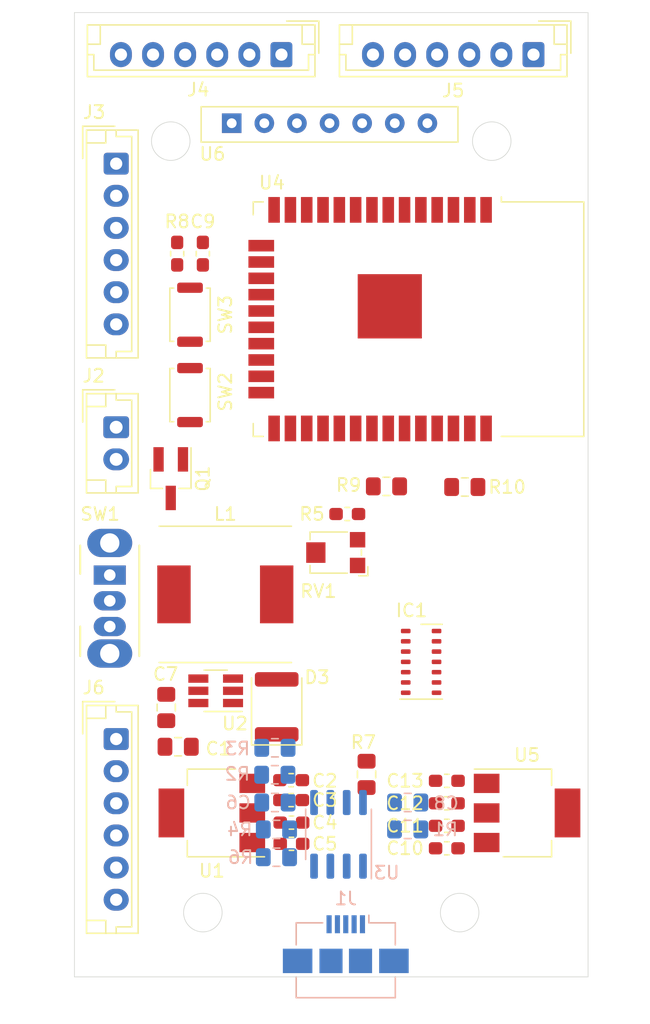
<source format=kicad_pcb>
(kicad_pcb (version 20171130) (host pcbnew "(5.1.6)-1")

  (general
    (thickness 1.6)
    (drawings 8)
    (tracks 0)
    (zones 0)
    (modules 43)
    (nets 35)
  )

  (page A4)
  (layers
    (0 F.Cu signal)
    (31 B.Cu signal)
    (32 B.Adhes user hide)
    (33 F.Adhes user hide)
    (34 B.Paste user hide)
    (35 F.Paste user hide)
    (36 B.SilkS user)
    (37 F.SilkS user)
    (38 B.Mask user)
    (39 F.Mask user)
    (40 Dwgs.User user hide)
    (41 Cmts.User user hide)
    (42 Eco1.User user hide)
    (43 Eco2.User user hide)
    (44 Edge.Cuts user)
    (45 Margin user hide)
    (46 B.CrtYd user hide)
    (47 F.CrtYd user hide)
    (48 B.Fab user)
    (49 F.Fab user)
  )

  (setup
    (last_trace_width 0.25)
    (trace_clearance 0.2)
    (zone_clearance 0.508)
    (zone_45_only no)
    (trace_min 0.2)
    (via_size 0.8)
    (via_drill 0.4)
    (via_min_size 0.4)
    (via_min_drill 0.3)
    (uvia_size 0.3)
    (uvia_drill 0.1)
    (uvias_allowed no)
    (uvia_min_size 0.2)
    (uvia_min_drill 0.1)
    (edge_width 0.05)
    (segment_width 0.2)
    (pcb_text_width 0.3)
    (pcb_text_size 1.5 1.5)
    (mod_edge_width 0.12)
    (mod_text_size 1 1)
    (mod_text_width 0.15)
    (pad_size 1.524 1.524)
    (pad_drill 0.762)
    (pad_to_mask_clearance 0.05)
    (aux_axis_origin 0 0)
    (visible_elements 7FFFFFFF)
    (pcbplotparams
      (layerselection 0x010fc_ffffffff)
      (usegerberextensions false)
      (usegerberattributes true)
      (usegerberadvancedattributes true)
      (creategerberjobfile true)
      (excludeedgelayer true)
      (linewidth 0.100000)
      (plotframeref false)
      (viasonmask false)
      (mode 1)
      (useauxorigin false)
      (hpglpennumber 1)
      (hpglpenspeed 20)
      (hpglpendiameter 15.000000)
      (psnegative false)
      (psa4output false)
      (plotreference true)
      (plotvalue true)
      (plotinvisibletext false)
      (padsonsilk false)
      (subtractmaskfromsilk false)
      (outputformat 1)
      (mirror false)
      (drillshape 1)
      (scaleselection 1)
      (outputdirectory ""))
  )

  (net 0 "")
  (net 1 GND)
  (net 2 "Net-(C1-Pad1)")
  (net 3 +3V3)
  (net 4 +BATT)
  (net 5 "Net-(C7-Pad1)")
  (net 6 "Net-(C8-Pad1)")
  (net 7 /RESET)
  (net 8 +1V8)
  (net 9 "Net-(D3-Pad2)")
  (net 10 "Net-(IC1-Pad13)")
  (net 11 /SDA)
  (net 12 /SCL)
  (net 13 VBUS)
  (net 14 "Net-(J2-Pad2)")
  (net 15 /RXD)
  (net 16 /TXD)
  (net 17 /SD)
  (net 18 /SCK)
  (net 19 /WS)
  (net 20 /LED)
  (net 21 /PB)
  (net 22 /~STDBY)
  (net 23 /~CHRG)
  (net 24 "Net-(R2-Pad2)")
  (net 25 "Net-(R3-Pad2)")
  (net 26 "Net-(R4-Pad2)")
  (net 27 "Net-(R4-Pad1)")
  (net 28 "Net-(R5-Pad1)")
  (net 29 "Net-(RV1-Pad2)")
  (net 30 /BOOT0)
  (net 31 /DI)
  (net 32 /DO)
  (net 33 /DC)
  (net 34 /CS)

  (net_class Default "This is the default net class."
    (clearance 0.2)
    (trace_width 0.25)
    (via_dia 0.8)
    (via_drill 0.4)
    (uvia_dia 0.3)
    (uvia_drill 0.1)
    (add_net +1V8)
    (add_net +3V3)
    (add_net +BATT)
    (add_net /BOOT0)
    (add_net /CS)
    (add_net /DC)
    (add_net /DI)
    (add_net /DO)
    (add_net /LED)
    (add_net /PB)
    (add_net /RES)
    (add_net /RESET)
    (add_net /RXD)
    (add_net /SCK)
    (add_net /SCL)
    (add_net /SD)
    (add_net /SDA)
    (add_net /TXD)
    (add_net /WS)
    (add_net /~CHRG)
    (add_net /~STDBY)
    (add_net GND)
    (add_net "Net-(C1-Pad1)")
    (add_net "Net-(C7-Pad1)")
    (add_net "Net-(C8-Pad1)")
    (add_net "Net-(D3-Pad2)")
    (add_net "Net-(IC1-Pad1)")
    (add_net "Net-(IC1-Pad13)")
    (add_net "Net-(IC1-Pad14)")
    (add_net "Net-(IC1-Pad5)")
    (add_net "Net-(IC1-Pad6)")
    (add_net "Net-(IC1-Pad7)")
    (add_net "Net-(IC1-Pad8)")
    (add_net "Net-(J1-Pad2)")
    (add_net "Net-(J1-Pad3)")
    (add_net "Net-(J1-Pad4)")
    (add_net "Net-(J2-Pad2)")
    (add_net "Net-(J3-Pad1)")
    (add_net "Net-(J3-Pad5)")
    (add_net "Net-(J5-Pad6)")
    (add_net "Net-(J6-Pad4)")
    (add_net "Net-(R2-Pad2)")
    (add_net "Net-(R3-Pad2)")
    (add_net "Net-(R4-Pad1)")
    (add_net "Net-(R4-Pad2)")
    (add_net "Net-(R5-Pad1)")
    (add_net "Net-(RV1-Pad2)")
    (add_net "Net-(U2-Pad6)")
    (add_net "Net-(U4-Pad13)")
    (add_net "Net-(U4-Pad14)")
    (add_net "Net-(U4-Pad16)")
    (add_net "Net-(U4-Pad17)")
    (add_net "Net-(U4-Pad18)")
    (add_net "Net-(U4-Pad19)")
    (add_net "Net-(U4-Pad20)")
    (add_net "Net-(U4-Pad21)")
    (add_net "Net-(U4-Pad22)")
    (add_net "Net-(U4-Pad27)")
    (add_net "Net-(U4-Pad28)")
    (add_net "Net-(U4-Pad29)")
    (add_net "Net-(U4-Pad31)")
    (add_net "Net-(U4-Pad32)")
    (add_net "Net-(U4-Pad4)")
    (add_net "Net-(U4-Pad5)")
    (add_net "Net-(U4-Pad7)")
    (add_net "Net-(U4-Pad9)")
    (add_net VBUS)
  )

  (module SSD1306:ssd1306_oled_spi_7pin (layer F.Cu) (tedit 6097E96C) (tstamp 60989F0D)
    (at 139.867 92.575)
    (path /60DA99D9)
    (fp_text reference U6 (at -9.117 -11.575) (layer F.SilkS)
      (effects (font (size 1 1) (thickness 0.15)))
    )
    (fp_text value SSD1306_OLED_SPI_7PIN (at 0 12.7) (layer F.Fab)
      (effects (font (size 1 1) (thickness 0.15)))
    )
    (fp_line (start -15.24 -15.24) (end 15.24 -15.24) (layer F.Fab) (width 0.127))
    (fp_line (start 15.24 -15.24) (end 15.24 15.24) (layer F.Fab) (width 0.127))
    (fp_line (start 15.24 15.24) (end -15.24 15.24) (layer F.Fab) (width 0.127))
    (fp_line (start -15.24 15.24) (end -15.24 -15.24) (layer F.Fab) (width 0.12))
    (fp_line (start -13.97 -10.16) (end 13.97 -10.16) (layer F.Fab) (width 0.127))
    (fp_line (start 13.97 -10.16) (end 13.97 10.16) (layer F.Fab) (width 0.127))
    (fp_line (start 13.97 10.16) (end -13.97 10.16) (layer F.Fab) (width 0.127))
    (fp_line (start -13.97 10.16) (end -13.97 -10.16) (layer F.Fab) (width 0.127))
    (fp_line (start -10 -15.25) (end -10 -12.5) (layer F.SilkS) (width 0.12))
    (fp_line (start -10 -12.5) (end 10 -12.5) (layer F.SilkS) (width 0.12))
    (fp_line (start 10 -12.5) (end 10 -15.25) (layer F.SilkS) (width 0.12))
    (fp_line (start 10 -15.25) (end -10 -15.25) (layer F.SilkS) (width 0.12))
    (pad 7 thru_hole circle (at 7.62 -13.97) (size 1.524 1.524) (drill 0.762) (layers *.Cu *.Mask)
      (net 34 /CS))
    (pad 6 thru_hole circle (at 5.08 -13.97) (size 1.524 1.524) (drill 0.762) (layers *.Cu *.Mask)
      (net 33 /DC))
    (pad 5 thru_hole circle (at 2.54 -13.97) (size 1.524 1.524) (drill 0.762) (layers *.Cu *.Mask))
    (pad 4 thru_hole circle (at 0 -13.97) (size 1.524 1.524) (drill 0.762) (layers *.Cu *.Mask)
      (net 31 /DI))
    (pad 3 thru_hole circle (at -2.54 -13.97) (size 1.524 1.524) (drill 0.762) (layers *.Cu *.Mask)
      (net 32 /DO))
    (pad 2 thru_hole circle (at -5.08 -13.97) (size 1.524 1.524) (drill 0.762) (layers *.Cu *.Mask)
      (net 3 +3V3))
    (pad 1 thru_hole rect (at -7.62 -13.97) (size 1.524 1.524) (drill 0.762) (layers *.Cu *.Mask)
      (net 1 GND))
    (model "C:/Users/manoj/Documents/KiCAD/3d models/OLED_096_assy.stp"
      (offset (xyz 0 -10.5 9.501099999999999))
      (scale (xyz 1 1 1))
      (rotate (xyz 0 0 90))
    )
    (model ${KISYS3DMOD}/Connector_PinSocket_2.54mm.3dshapes/PinSocket_1x07_P2.54mm_Vertical.step
      (offset (xyz 7.5 14 0))
      (scale (xyz 1 1 1))
      (rotate (xyz 0 0 90))
    )
  )

  (module Button_Switch_THT:SW_CuK_OS102011MA1QN1_SPDT_Angled (layer F.Cu) (tedit 6097A029) (tstamp 6098A4A2)
    (at 122.75 113.75 270)
    (descr "CuK miniature slide switch, OS series, SPDT, right angle, http://www.ckswitches.com/media/1428/os.pdf")
    (tags "switch SPDT")
    (path /60AD45E1)
    (fp_text reference SW1 (at -4.75 0.75 180) (layer F.SilkS)
      (effects (font (size 1 1) (thickness 0.15)))
    )
    (fp_text value SW_SPDT (at 1.7 7.7 90) (layer F.Fab)
      (effects (font (size 1 1) (thickness 0.15)))
    )
    (fp_line (start -3.7 -2.7) (end 7.7 -2.7) (layer F.CrtYd) (width 0.05))
    (fp_line (start -3.7 6.7) (end -3.7 -2.7) (layer F.CrtYd) (width 0.05))
    (fp_line (start 7.7 6.7) (end -3.7 6.7) (layer F.CrtYd) (width 0.05))
    (fp_line (start 7.7 -2.7) (end 7.7 6.7) (layer F.CrtYd) (width 0.05))
    (fp_line (start 4 2.3) (end 6.3 2.3) (layer F.SilkS) (width 0.15))
    (fp_line (start -2.3 2.3) (end -0.1 2.3) (layer F.SilkS) (width 0.15))
    (fp_line (start -2.3 -2.3) (end 6.3 -2.3) (layer F.SilkS) (width 0.15))
    (fp_line (start 0 6.2) (end 0 2.2) (layer F.Fab) (width 0.1))
    (fp_line (start 2 6.2) (end 0 6.2) (layer F.Fab) (width 0.1))
    (fp_line (start 2 2.2) (end 2 6.2) (layer F.Fab) (width 0.1))
    (fp_line (start 6.3 2.2) (end 6.3 -2.2) (layer F.Fab) (width 0.1))
    (fp_line (start -2.3 2.2) (end 6.3 2.2) (layer F.Fab) (width 0.1))
    (fp_line (start -2.3 -2.2) (end -2.3 2.2) (layer F.Fab) (width 0.1))
    (fp_line (start -2.3 -2.2) (end 6.3 -2.2) (layer F.Fab) (width 0.1))
    (fp_text user %R (at 2.3 1.7 90) (layer F.Fab)
      (effects (font (size 0.5 0.5) (thickness 0.1)))
    )
    (pad 1 thru_hole rect (at 0 0 270) (size 1.5 2.5) (drill 0.9) (layers *.Cu *.Mask)
      (net 4 +BATT))
    (pad 2 thru_hole oval (at 2 0 270) (size 1.5 2.5) (drill 0.9) (layers *.Cu *.Mask)
      (net 4 +BATT))
    (pad 3 thru_hole oval (at 4 0 270) (size 1.5 2.5) (drill 0.9) (layers *.Cu *.Mask)
      (net 5 "Net-(C7-Pad1)"))
    (pad "" thru_hole oval (at -2.5 0 270) (size 2.2 3.5) (drill 1.5) (layers *.Cu *.Mask))
    (pad "" thru_hole oval (at 6.1 0 270) (size 2.2 3.5) (drill 1.5) (layers *.Cu *.Mask))
    (model ${KISYS3DMOD}/Button_Switch_THT.3dshapes/SW_CuK_OS102011MA1QN1_SPDT_Angled.wrl
      (at (xyz 0 0 0))
      (scale (xyz 1 1 1))
      (rotate (xyz 0 0 0))
    )
    (model "C:/Users/manoj/Documents/KiCAD/3d models/slide-switch-through-hole-right-angle-1.snapshot.2/SSW.wrl"
      (offset (xyz 1.9558 0 0.5842000000000001))
      (scale (xyz 0.5 0.4 0.4))
      (rotate (xyz 90 0 -90))
    )
  )

  (module Potentiometer_SMD:Potentiometer_Bourns_TC33X_Vertical (layer F.Cu) (tedit 60979319) (tstamp 6098A457)
    (at 140.25 112 180)
    (descr "Potentiometer, Bourns, TC33X, Vertical, https://www.bourns.com/pdfs/TC33.pdf")
    (tags "Potentiometer Bourns TC33X Vertical")
    (path /5F3C612E)
    (attr smd)
    (fp_text reference RV1 (at 1.25 -3) (layer F.SilkS)
      (effects (font (size 1 1) (thickness 0.15)))
    )
    (fp_text value 100K (at 0 2.5) (layer F.Fab)
      (effects (font (size 1 1) (thickness 0.15)))
    )
    (fp_circle (center 0 0) (end 1.8 0) (layer Dwgs.User) (width 0.05))
    (fp_line (start -2.65 1.85) (end -2.65 -1.85) (layer F.CrtYd) (width 0.05))
    (fp_line (start 2.45 1.85) (end -2.65 1.85) (layer F.CrtYd) (width 0.05))
    (fp_line (start 2.45 -1.85) (end 2.45 1.85) (layer F.CrtYd) (width 0.05))
    (fp_line (start -2.65 -1.85) (end 2.45 -1.85) (layer F.CrtYd) (width 0.05))
    (fp_line (start -2.6 -1.8) (end -2.6 -1.1) (layer F.SilkS) (width 0.12))
    (fp_line (start -1.9 -1.8) (end -2.6 -1.8) (layer F.SilkS) (width 0.12))
    (fp_line (start 1.9 1.6) (end 1.9 1) (layer F.SilkS) (width 0.12))
    (fp_line (start -1 1.6) (end 1.9 1.6) (layer F.SilkS) (width 0.12))
    (fp_line (start 1.9 -1.6) (end 1.9 -1) (layer F.SilkS) (width 0.12))
    (fp_line (start -1 -1.6) (end 1.9 -1.6) (layer F.SilkS) (width 0.12))
    (fp_line (start -2.1 -0.2) (end -2.1 0.2) (layer F.SilkS) (width 0.12))
    (fp_line (start -1.25 -1.5) (end -2 -0.75) (layer F.Fab) (width 0.1))
    (fp_line (start 1.8 -1.5) (end -1.25 -1.5) (layer F.Fab) (width 0.1))
    (fp_line (start 1.8 1.5) (end 1.8 -1.5) (layer F.Fab) (width 0.1))
    (fp_line (start -2 1.5) (end 1.8 1.5) (layer F.Fab) (width 0.1))
    (fp_line (start -2 -0.75) (end -2 1.5) (layer F.Fab) (width 0.1))
    (fp_circle (center 0 0) (end 1.5 0) (layer F.Fab) (width 0.1))
    (fp_text user %R (at 0 0) (layer F.Fab)
      (effects (font (size 0.7 0.7) (thickness 0.105)))
    )
    (fp_text user "Wiper may be\nanywhere within\ncircle shown" (at -0.15 -0.8) (layer Cmts.User)
      (effects (font (size 0.15 0.15) (thickness 0.02)))
    )
    (pad 1 smd rect (at -1.8 -1 180) (size 1.2 1.2) (layers F.Cu F.Paste F.Mask)
      (net 2 "Net-(C1-Pad1)"))
    (pad 3 smd rect (at -1.8 1 180) (size 1.2 1.2) (layers F.Cu F.Paste F.Mask)
      (net 28 "Net-(R5-Pad1)"))
    (pad 2 smd rect (at 1.45 0 180) (size 1.5 1.6) (layers F.Cu F.Paste F.Mask)
      (net 29 "Net-(RV1-Pad2)"))
    (model ${KISYS3DMOD}/Potentiometer_SMD.3dshapes/Potentiometer_Bourns_TC33X_Vertical.wrl
      (at (xyz 0 0 0))
      (scale (xyz 1 1 1))
      (rotate (xyz 0 0 0))
    )
    (model "C:/Users/manoj/Documents/KiCAD/3d models/EVM-3E.STEP"
      (at (xyz 0 0 0))
      (scale (xyz 1 1 1))
      (rotate (xyz -90 0 90))
    )
  )

  (module Inductor_SMD:L_Taiyo-Yuden_NR-10050_9.8x10.0mm (layer F.Cu) (tedit 6097929E) (tstamp 6098A33E)
    (at 131.75 115.25)
    (descr "Inductor, Taiyo Yuden, NR series, Taiyo-Yuden_NR-10050, 9.8mmx10.0mm, https://ds.yuden.co.jp/TYCOMPAS/or/specSheet?pn=NR10050T1R3N")
    (tags "inductor taiyo-yuden nr smd")
    (path /5F3C6B53)
    (attr smd)
    (fp_text reference L1 (at 0 -6.25) (layer F.SilkS)
      (effects (font (size 1 1) (thickness 0.15)))
    )
    (fp_text value 22uH (at 0 6.5) (layer F.Fab)
      (effects (font (size 1 1) (thickness 0.15)))
    )
    (fp_line (start 5.55 -5.25) (end -5.55 -5.25) (layer F.CrtYd) (width 0.05))
    (fp_line (start 5.55 5.25) (end 5.55 -5.25) (layer F.CrtYd) (width 0.05))
    (fp_line (start -5.55 5.25) (end 5.55 5.25) (layer F.CrtYd) (width 0.05))
    (fp_line (start -5.55 -5.25) (end -5.55 5.25) (layer F.CrtYd) (width 0.05))
    (fp_line (start 4.9 -5) (end -3.75 -5) (layer F.Fab) (width 0.1))
    (fp_line (start 4.9 3.85) (end 4.9 -5) (layer F.Fab) (width 0.1))
    (fp_line (start -4.9 5) (end 3.75 5) (layer F.Fab) (width 0.1))
    (fp_line (start -4.9 -3.85) (end -4.9 5) (layer F.Fab) (width 0.1))
    (fp_line (start -5.15 5.3) (end 5.15 5.3) (layer F.SilkS) (width 0.12))
    (fp_line (start -5.15 -5.3) (end 5.15 -5.3) (layer F.SilkS) (width 0.12))
    (fp_line (start 3.75 5) (end 4.9 3.85) (layer F.Fab) (width 0.1))
    (fp_line (start -4.9 -3.85) (end -3.75 -5) (layer F.Fab) (width 0.1))
    (fp_text user %R (at 0 0) (layer F.Fab)
      (effects (font (size 1 1) (thickness 0.15)))
    )
    (pad 2 smd rect (at 4 0) (size 2.6 4.5) (layers F.Cu F.Paste F.Mask)
      (net 9 "Net-(D3-Pad2)"))
    (pad 1 smd rect (at -4 0) (size 2.6 4.5) (layers F.Cu F.Paste F.Mask)
      (net 5 "Net-(C7-Pad1)"))
    (model ${KISYS3DMOD}/Inductor_SMD.3dshapes/L_Taiyo-Yuden_NR-10050_9.8x10.0mm.wrl
      (at (xyz 0 0 0))
      (scale (xyz 1 1 1))
      (rotate (xyz 0 0 0))
    )
    (model "C:/Users/manoj/Documents/KiCAD/3d models/CDRH104R.STEP"
      (at (xyz 0 0 0))
      (scale (xyz 1 1 1))
      (rotate (xyz 0 0 0))
    )
  )

  (module Diode_SMD:D_1812_4532Metric (layer F.Cu) (tedit 609791CD) (tstamp 6098A419)
    (at 135.75 124 90)
    (descr "Diode SMD 1812 (4532 Metric), square (rectangular) end terminal, IPC_7351 nominal, (Body size source: https://www.nikhef.nl/pub/departments/mt/projects/detectorR_D/dtddice/ERJ2G.pdf), generated with kicad-footprint-generator")
    (tags diode)
    (path /5F3C7493)
    (attr smd)
    (fp_text reference D3 (at 2.3 3.15) (layer F.SilkS)
      (effects (font (size 1 1) (thickness 0.15)))
    )
    (fp_text value SS34 (at 0 2.65 90) (layer F.Fab)
      (effects (font (size 1 1) (thickness 0.15)))
    )
    (fp_line (start 2.25 -1.6) (end -1.45 -1.6) (layer F.Fab) (width 0.1))
    (fp_line (start -1.45 -1.6) (end -2.25 -0.8) (layer F.Fab) (width 0.1))
    (fp_line (start -2.25 -0.8) (end -2.25 1.6) (layer F.Fab) (width 0.1))
    (fp_line (start -2.25 1.6) (end 2.25 1.6) (layer F.Fab) (width 0.1))
    (fp_line (start 2.25 1.6) (end 2.25 -1.6) (layer F.Fab) (width 0.1))
    (fp_line (start 2.25 -1.96) (end -2.96 -1.96) (layer F.SilkS) (width 0.12))
    (fp_line (start -2.96 -1.96) (end -2.96 1.96) (layer F.SilkS) (width 0.12))
    (fp_line (start -2.96 1.96) (end 2.25 1.96) (layer F.SilkS) (width 0.12))
    (fp_line (start -2.95 1.95) (end -2.95 -1.95) (layer F.CrtYd) (width 0.05))
    (fp_line (start -2.95 -1.95) (end 2.95 -1.95) (layer F.CrtYd) (width 0.05))
    (fp_line (start 2.95 -1.95) (end 2.95 1.95) (layer F.CrtYd) (width 0.05))
    (fp_line (start 2.95 1.95) (end -2.95 1.95) (layer F.CrtYd) (width 0.05))
    (fp_text user %R (at 0 0 90) (layer F.Fab)
      (effects (font (size 1 1) (thickness 0.15)))
    )
    (pad 2 smd roundrect (at 2.1375 0 90) (size 1.125 3.4) (layers F.Cu F.Paste F.Mask) (roundrect_rratio 0.222222)
      (net 9 "Net-(D3-Pad2)"))
    (pad 1 smd roundrect (at -2.1375 0 90) (size 1.125 3.4) (layers F.Cu F.Paste F.Mask) (roundrect_rratio 0.222222)
      (net 2 "Net-(C1-Pad1)"))
    (model ${KISYS3DMOD}/Diode_SMD.3dshapes/D_1812_4532Metric.wrl
      (at (xyz 0 0 0))
      (scale (xyz 1 1 1))
      (rotate (xyz 0 0 0))
    )
    (model "C:/Users/manoj/Documents/KiCAD/3d models/DO-214AC.stp"
      (offset (xyz 2 0 0))
      (scale (xyz 1 1 1))
      (rotate (xyz 0 0 180))
    )
  )

  (module Button_Switch_SMD:SW_Push_SPST_NO_Alps_SKRK (layer F.Cu) (tedit 609790B6) (tstamp 6098A2AB)
    (at 129 93.5 90)
    (descr http://www.alps.com/prod/info/E/HTML/Tact/SurfaceMount/SKRK/SKRKAHE020.html)
    (tags "SMD SMT button")
    (path /5F3FD9BF)
    (attr smd)
    (fp_text reference SW3 (at 0 2.75 90) (layer F.SilkS)
      (effects (font (size 1 1) (thickness 0.15)))
    )
    (fp_text value Reset (at 0 2.5 90) (layer F.Fab)
      (effects (font (size 1 1) (thickness 0.15)))
    )
    (fp_line (start -2.07 -1.57) (end 2.07 -1.57) (layer F.SilkS) (width 0.12))
    (fp_line (start 2.07 1.27) (end 2.07 1.57) (layer F.SilkS) (width 0.12))
    (fp_line (start 2.07 1.57) (end -2.07 1.57) (layer F.SilkS) (width 0.12))
    (fp_line (start -2.07 -1.27) (end -2.07 -1.57) (layer F.SilkS) (width 0.12))
    (fp_circle (center 0 0) (end 1 0) (layer F.Fab) (width 0.1))
    (fp_line (start -2.75 -1.7) (end 2.75 -1.7) (layer F.CrtYd) (width 0.05))
    (fp_line (start 2.75 -1.7) (end 2.75 1.7) (layer F.CrtYd) (width 0.05))
    (fp_line (start 2.75 1.7) (end -2.75 1.7) (layer F.CrtYd) (width 0.05))
    (fp_line (start -2.75 1.7) (end -2.75 -1.7) (layer F.CrtYd) (width 0.05))
    (fp_line (start 1.95 1.45) (end -1.95 1.45) (layer F.Fab) (width 0.1))
    (fp_line (start -1.95 1.45) (end -1.95 -1.45) (layer F.Fab) (width 0.1))
    (fp_line (start -1.95 -1.45) (end 1.95 -1.45) (layer F.Fab) (width 0.1))
    (fp_line (start 1.95 -1.45) (end 1.95 1.45) (layer F.Fab) (width 0.1))
    (fp_line (start -2.07 1.57) (end -2.07 1.27) (layer F.SilkS) (width 0.12))
    (fp_line (start 2.07 -1.57) (end 2.07 -1.27) (layer F.SilkS) (width 0.12))
    (fp_text user %R (at 0 0 90) (layer F.Fab)
      (effects (font (size 1 1) (thickness 0.15)))
    )
    (pad 1 smd roundrect (at -2.1 0 90) (size 0.8 2) (layers F.Cu F.Paste F.Mask) (roundrect_rratio 0.25)
      (net 1 GND))
    (pad 2 smd roundrect (at 2.1 0 90) (size 0.8 2) (layers F.Cu F.Paste F.Mask) (roundrect_rratio 0.25)
      (net 7 /RESET))
    (model ${KISYS3DMOD}/Button_Switch_SMD.3dshapes/SW_Push_SPST_NO_Alps_SKRK.wrl
      (at (xyz 0 0 0))
      (scale (xyz 1 1 1))
      (rotate (xyz 0 0 0))
    )
    (model "C:/Users/manoj/Documents/KiCAD/3d models/3x4x2mm - 2 Pad.stp"
      (at (xyz 0 0 0))
      (scale (xyz 1 1 1))
      (rotate (xyz 0 0 0))
    )
  )

  (module Button_Switch_SMD:SW_Push_SPST_NO_Alps_SKRK (layer F.Cu) (tedit 60979087) (tstamp 6098A3DD)
    (at 129 99.75 270)
    (descr http://www.alps.com/prod/info/E/HTML/Tact/SurfaceMount/SKRK/SKRKAHE020.html)
    (tags "SMD SMT button")
    (path /60C21213)
    (attr smd)
    (fp_text reference SW2 (at -0.25 -2.75 90) (layer F.SilkS)
      (effects (font (size 1 1) (thickness 0.15)))
    )
    (fp_text value Boot0 (at 0 2.5 90) (layer F.Fab)
      (effects (font (size 1 1) (thickness 0.15)))
    )
    (fp_line (start -2.07 -1.57) (end 2.07 -1.57) (layer F.SilkS) (width 0.12))
    (fp_line (start 2.07 1.27) (end 2.07 1.57) (layer F.SilkS) (width 0.12))
    (fp_line (start 2.07 1.57) (end -2.07 1.57) (layer F.SilkS) (width 0.12))
    (fp_line (start -2.07 -1.27) (end -2.07 -1.57) (layer F.SilkS) (width 0.12))
    (fp_circle (center 0 0) (end 1 0) (layer F.Fab) (width 0.1))
    (fp_line (start -2.75 -1.7) (end 2.75 -1.7) (layer F.CrtYd) (width 0.05))
    (fp_line (start 2.75 -1.7) (end 2.75 1.7) (layer F.CrtYd) (width 0.05))
    (fp_line (start 2.75 1.7) (end -2.75 1.7) (layer F.CrtYd) (width 0.05))
    (fp_line (start -2.75 1.7) (end -2.75 -1.7) (layer F.CrtYd) (width 0.05))
    (fp_line (start 1.95 1.45) (end -1.95 1.45) (layer F.Fab) (width 0.1))
    (fp_line (start -1.95 1.45) (end -1.95 -1.45) (layer F.Fab) (width 0.1))
    (fp_line (start -1.95 -1.45) (end 1.95 -1.45) (layer F.Fab) (width 0.1))
    (fp_line (start 1.95 -1.45) (end 1.95 1.45) (layer F.Fab) (width 0.1))
    (fp_line (start -2.07 1.57) (end -2.07 1.27) (layer F.SilkS) (width 0.12))
    (fp_line (start 2.07 -1.57) (end 2.07 -1.27) (layer F.SilkS) (width 0.12))
    (fp_text user %R (at 0 0 90) (layer F.Fab)
      (effects (font (size 1 1) (thickness 0.15)))
    )
    (pad 1 smd roundrect (at -2.1 0 270) (size 0.8 2) (layers F.Cu F.Paste F.Mask) (roundrect_rratio 0.25)
      (net 1 GND))
    (pad 2 smd roundrect (at 2.1 0 270) (size 0.8 2) (layers F.Cu F.Paste F.Mask) (roundrect_rratio 0.25)
      (net 30 /BOOT0))
    (model ${KISYS3DMOD}/Button_Switch_SMD.3dshapes/SW_Push_SPST_NO_Alps_SKRK.wrl
      (at (xyz 0 0 0))
      (scale (xyz 1 1 1))
      (rotate (xyz 0 0 0))
    )
    (model "C:/Users/manoj/Documents/KiCAD/3d models/3x4x2mm - 2 Pad.stp"
      (at (xyz 0 0 0))
      (scale (xyz 1 1 1))
      (rotate (xyz 0 0 0))
    )
  )

  (module Connector_USB:USB_Micro-B_Amphenol_10104110_Horizontal (layer B.Cu) (tedit 60978F6C) (tstamp 6098A384)
    (at 141.13 142.456 180)
    (descr "USB Micro-B, horizontal, https://cdn.amphenol-icc.com/media/wysiwyg/files/drawing/10104110.pdf")
    (tags "USB Micro B horizontal")
    (path /5F3B46E0)
    (attr smd)
    (fp_text reference J1 (at 0 3.55) (layer B.SilkS)
      (effects (font (size 1 1) (thickness 0.15)) (justify mirror))
    )
    (fp_text value USB_B_Micro (at 0 -5.35) (layer B.Fab)
      (effects (font (size 1 1) (thickness 0.15)) (justify mirror))
    )
    (fp_line (start -3.86 -4.16) (end -3.86 -2.55) (layer B.SilkS) (width 0.12))
    (fp_line (start 3.86 1.66) (end 1.8 1.66) (layer B.SilkS) (width 0.12))
    (fp_line (start 3.86 -0.05) (end 3.86 1.66) (layer B.SilkS) (width 0.12))
    (fp_line (start -3.86 1.66) (end -1.8 1.66) (layer B.SilkS) (width 0.12))
    (fp_line (start -3.86 -0.05) (end -3.86 1.66) (layer B.SilkS) (width 0.12))
    (fp_line (start -1.3 1.85) (end -0.9 2.25) (layer B.Fab) (width 0.1))
    (fp_line (start -0.9 2.25) (end -1.7 2.25) (layer B.Fab) (width 0.1))
    (fp_line (start -1.7 2.25) (end -1.3 1.85) (layer B.Fab) (width 0.1))
    (fp_line (start -3.75 -4.05) (end -3.75 1.55) (layer B.Fab) (width 0.1))
    (fp_line (start 3.75 -4.05) (end -3.75 -4.05) (layer B.Fab) (width 0.1))
    (fp_line (start 3.75 1.55) (end 3.75 -4.05) (layer B.Fab) (width 0.1))
    (fp_line (start -3.75 1.55) (end 3.75 1.55) (layer B.Fab) (width 0.1))
    (fp_line (start -2.6 -2.75) (end 2.6 -2.75) (layer B.Fab) (width 0.1))
    (fp_line (start -3.86 -4.16) (end 3.86 -4.16) (layer B.SilkS) (width 0.12))
    (fp_line (start 3.86 -4.16) (end 3.86 -2.55) (layer B.SilkS) (width 0.12))
    (fp_line (start -1.8 1.66) (end -1.8 2.25) (layer B.SilkS) (width 0.12))
    (fp_line (start -5.4 2.75) (end -5.4 -4.55) (layer B.CrtYd) (width 0.05))
    (fp_line (start -5.4 -4.55) (end 5.4 -4.55) (layer B.CrtYd) (width 0.05))
    (fp_line (start 5.4 -4.55) (end 5.4 2.75) (layer B.CrtYd) (width 0.05))
    (fp_line (start 5.4 2.75) (end -5.4 2.75) (layer B.CrtYd) (width 0.05))
    (fp_text user "PCB edge" (at 0 -2.75) (layer Dwgs.User)
      (effects (font (size 0.5 0.5) (thickness 0.08)))
    )
    (fp_text user %R (at 0 0.2) (layer B.Fab)
      (effects (font (size 1 1) (thickness 0.15)) (justify mirror))
    )
    (pad 1 smd rect (at -1.3 1.55 180) (size 0.4 1.4) (layers B.Cu B.Paste B.Mask)
      (net 13 VBUS))
    (pad 2 smd rect (at -0.65 1.55 180) (size 0.4 1.4) (layers B.Cu B.Paste B.Mask))
    (pad 3 smd rect (at 0 1.55 180) (size 0.4 1.4) (layers B.Cu B.Paste B.Mask))
    (pad 4 smd rect (at 0.65 1.55 180) (size 0.4 1.4) (layers B.Cu B.Paste B.Mask))
    (pad 5 smd rect (at 1.3 1.55 180) (size 0.4 1.4) (layers B.Cu B.Paste B.Mask)
      (net 1 GND))
    (pad 6 smd rect (at -3.75 -1.3 180) (size 2.3 1.9) (layers B.Cu B.Paste B.Mask)
      (net 1 GND))
    (pad 6 smd rect (at 3.75 -1.3 180) (size 2.3 1.9) (layers B.Cu B.Paste B.Mask)
      (net 1 GND))
    (pad 6 smd rect (at -1.15 -1.3 180) (size 1.8 1.9) (layers B.Cu B.Paste B.Mask)
      (net 1 GND))
    (pad 6 smd rect (at 1.15 -1.3 180) (size 1.8 1.9) (layers B.Cu B.Paste B.Mask)
      (net 1 GND))
    (model ${KISYS3DMOD}/Connector_USB.3dshapes/USB_Micro-B_Amphenol_10104110_Horizontal.wrl
      (at (xyz 0 0 0))
      (scale (xyz 1 1 1))
      (rotate (xyz 0 0 0))
    )
    (model "C:/Users/manoj/Documents/KiCAD/3d models/micro USB.STEP"
      (offset (xyz 14.5 -19.5 -5))
      (scale (xyz 1 1 1))
      (rotate (xyz -90 0 0))
    )
  )

  (module OptoDevice:Maxim_OLGA-14_3.3x5.6mm_P0.8mm (layer F.Cu) (tedit 60978DF7) (tstamp 6098A2F2)
    (at 147 120.5)
    (descr https://pdfserv.maximintegrated.com/land_patterns/90-0602.PDF)
    (tags "OLGA-14 OESIP-14")
    (path /60973C0A)
    (attr smd)
    (fp_text reference IC1 (at -0.75 -4) (layer F.SilkS)
      (effects (font (size 1 1) (thickness 0.15)))
    )
    (fp_text value MAX30102 (at 1.25 4.17 180) (layer F.Fab)
      (effects (font (size 1 1) (thickness 0.15)))
    )
    (fp_line (start 1.9 3.04) (end -1.9 3.04) (layer F.CrtYd) (width 0.05))
    (fp_line (start 1.9 3.04) (end 1.9 -3.06) (layer F.CrtYd) (width 0.05))
    (fp_line (start -1.9 -3.06) (end -1.9 3.04) (layer F.CrtYd) (width 0.05))
    (fp_line (start -1.9 -3.06) (end 1.9 -3.06) (layer F.CrtYd) (width 0.05))
    (fp_line (start -1.65 -2.01) (end -0.85 -2.81) (layer F.Fab) (width 0.1))
    (fp_line (start 1.66 2.9) (end -1.65 2.9) (layer F.SilkS) (width 0.12))
    (fp_line (start 0 -2.92) (end 1.64 -2.92) (layer F.SilkS) (width 0.12))
    (fp_line (start -0.85 -2.81) (end 1.65 -2.81) (layer F.Fab) (width 0.1))
    (fp_line (start 1.65 2.79) (end 1.65 -2.81) (layer F.Fab) (width 0.1))
    (fp_line (start -1.65 2.79) (end 1.65 2.79) (layer F.Fab) (width 0.1))
    (fp_line (start -1.65 2.79) (end -1.65 -2.01) (layer F.Fab) (width 0.1))
    (fp_text user %R (at 0 -0.127 90) (layer F.Fab)
      (effects (font (size 0.7 0.7) (thickness 0.105)))
    )
    (pad 1 smd roundrect (at -1.2 -2.4) (size 0.75 0.35) (layers F.Cu F.Paste F.Mask) (roundrect_rratio 0.25))
    (pad 2 smd roundrect (at -1.2 -1.6) (size 0.75 0.35) (layers F.Cu F.Paste F.Mask) (roundrect_rratio 0.25)
      (net 12 /SCL))
    (pad 3 smd roundrect (at -1.2 -0.8) (size 0.75 0.35) (layers F.Cu F.Paste F.Mask) (roundrect_rratio 0.25)
      (net 11 /SDA))
    (pad 4 smd roundrect (at -1.2 0) (size 0.75 0.35) (layers F.Cu F.Paste F.Mask) (roundrect_rratio 0.25)
      (net 1 GND))
    (pad 5 smd roundrect (at -1.2 0.8) (size 0.75 0.35) (layers F.Cu F.Paste F.Mask) (roundrect_rratio 0.25))
    (pad 6 smd roundrect (at -1.2 1.6) (size 0.75 0.35) (layers F.Cu F.Paste F.Mask) (roundrect_rratio 0.25))
    (pad 7 smd roundrect (at -1.2 2.4) (size 0.75 0.35) (layers F.Cu F.Paste F.Mask) (roundrect_rratio 0.25))
    (pad 8 smd roundrect (at 1.2 2.4) (size 0.75 0.35) (layers F.Cu F.Paste F.Mask) (roundrect_rratio 0.25))
    (pad 9 smd roundrect (at 1.2 1.6) (size 0.75 0.35) (layers F.Cu F.Paste F.Mask) (roundrect_rratio 0.25)
      (net 3 +3V3))
    (pad 10 smd roundrect (at 1.2 0.8) (size 0.75 0.35) (layers F.Cu F.Paste F.Mask) (roundrect_rratio 0.25)
      (net 3 +3V3))
    (pad 11 smd roundrect (at 1.2 0) (size 0.75 0.35) (layers F.Cu F.Paste F.Mask) (roundrect_rratio 0.25)
      (net 8 +1V8))
    (pad 12 smd roundrect (at 1.2 -0.8) (size 0.75 0.35) (layers F.Cu F.Paste F.Mask) (roundrect_rratio 0.25)
      (net 1 GND))
    (pad 13 smd roundrect (at 1.2 -1.6) (size 0.75 0.35) (layers F.Cu F.Paste F.Mask) (roundrect_rratio 0.25)
      (net 10 "Net-(IC1-Pad13)"))
    (pad 14 smd roundrect (at 1.2 -2.4) (size 0.75 0.35) (layers F.Cu F.Paste F.Mask) (roundrect_rratio 0.25))
    (model ${KISYS3DMOD}/OptoDevice.3dshapes/Maxim_OLGA-14_3.3x5.6mm_P0.8mm.wrl
      (at (xyz 0 0 0))
      (scale (xyz 1 1 1))
      (rotate (xyz 0 0 0))
    )
    (model "C:/Users/manoj/Documents/KiCAD/3d models/MAX30100EFD+.step"
      (offset (xyz -1.35 -3 0))
      (scale (xyz 1 1 1))
      (rotate (xyz 0 0 0))
    )
  )

  (module Package_SO:SOIC-8_3.9x4.9mm_P1.27mm (layer B.Cu) (tedit 5D9F72B1) (tstamp 60989EC5)
    (at 140.5655 133.9135 90)
    (descr "SOIC, 8 Pin (JEDEC MS-012AA, https://www.analog.com/media/en/package-pcb-resources/package/pkg_pdf/soic_narrow-r/r_8.pdf), generated with kicad-footprint-generator ipc_gullwing_generator.py")
    (tags "SOIC SO")
    (path /5F3AC571)
    (attr smd)
    (fp_text reference U3 (at -2.9845 3.7465 180) (layer B.SilkS)
      (effects (font (size 1 1) (thickness 0.15)) (justify mirror))
    )
    (fp_text value TP4056 (at 0 -3.4 90) (layer B.Fab)
      (effects (font (size 1 1) (thickness 0.15)) (justify mirror))
    )
    (fp_line (start 0 -2.56) (end 1.95 -2.56) (layer B.SilkS) (width 0.12))
    (fp_line (start 0 -2.56) (end -1.95 -2.56) (layer B.SilkS) (width 0.12))
    (fp_line (start 0 2.56) (end 1.95 2.56) (layer B.SilkS) (width 0.12))
    (fp_line (start 0 2.56) (end -3.45 2.56) (layer B.SilkS) (width 0.12))
    (fp_line (start -0.975 2.45) (end 1.95 2.45) (layer B.Fab) (width 0.1))
    (fp_line (start 1.95 2.45) (end 1.95 -2.45) (layer B.Fab) (width 0.1))
    (fp_line (start 1.95 -2.45) (end -1.95 -2.45) (layer B.Fab) (width 0.1))
    (fp_line (start -1.95 -2.45) (end -1.95 1.475) (layer B.Fab) (width 0.1))
    (fp_line (start -1.95 1.475) (end -0.975 2.45) (layer B.Fab) (width 0.1))
    (fp_line (start -3.7 2.7) (end -3.7 -2.7) (layer B.CrtYd) (width 0.05))
    (fp_line (start -3.7 -2.7) (end 3.7 -2.7) (layer B.CrtYd) (width 0.05))
    (fp_line (start 3.7 -2.7) (end 3.7 2.7) (layer B.CrtYd) (width 0.05))
    (fp_line (start 3.7 2.7) (end -3.7 2.7) (layer B.CrtYd) (width 0.05))
    (fp_text user %R (at 0 0 90) (layer B.Fab)
      (effects (font (size 0.98 0.98) (thickness 0.15)) (justify mirror))
    )
    (pad 8 smd roundrect (at 2.475 1.905 90) (size 1.95 0.6) (layers B.Cu B.Paste B.Mask) (roundrect_rratio 0.25)
      (net 6 "Net-(C8-Pad1)"))
    (pad 7 smd roundrect (at 2.475 0.635 90) (size 1.95 0.6) (layers B.Cu B.Paste B.Mask) (roundrect_rratio 0.25)
      (net 25 "Net-(R3-Pad2)"))
    (pad 6 smd roundrect (at 2.475 -0.635 90) (size 1.95 0.6) (layers B.Cu B.Paste B.Mask) (roundrect_rratio 0.25)
      (net 24 "Net-(R2-Pad2)"))
    (pad 5 smd roundrect (at 2.475 -1.905 90) (size 1.95 0.6) (layers B.Cu B.Paste B.Mask) (roundrect_rratio 0.25)
      (net 4 +BATT))
    (pad 4 smd roundrect (at -2.475 -1.905 90) (size 1.95 0.6) (layers B.Cu B.Paste B.Mask) (roundrect_rratio 0.25)
      (net 6 "Net-(C8-Pad1)"))
    (pad 3 smd roundrect (at -2.475 -0.635 90) (size 1.95 0.6) (layers B.Cu B.Paste B.Mask) (roundrect_rratio 0.25)
      (net 1 GND))
    (pad 2 smd roundrect (at -2.475 0.635 90) (size 1.95 0.6) (layers B.Cu B.Paste B.Mask) (roundrect_rratio 0.25)
      (net 26 "Net-(R4-Pad2)"))
    (pad 1 smd roundrect (at -2.475 1.905 90) (size 1.95 0.6) (layers B.Cu B.Paste B.Mask) (roundrect_rratio 0.25)
      (net 1 GND))
    (model ${KISYS3DMOD}/Package_SO.3dshapes/SOIC-8_3.9x4.9mm_P1.27mm.wrl
      (at (xyz 0 0 0))
      (scale (xyz 1 1 1))
      (rotate (xyz 0 0 0))
    )
  )

  (module Package_TO_SOT_SMD:SOT-223-3_TabPin2 (layer F.Cu) (tedit 5A02FF57) (tstamp 60989E82)
    (at 155.25 132.25)
    (descr "module CMS SOT223 4 pins")
    (tags "CMS SOT")
    (path /609D80B2)
    (attr smd)
    (fp_text reference U5 (at 0 -4.5) (layer F.SilkS)
      (effects (font (size 1 1) (thickness 0.15)))
    )
    (fp_text value AMS1117-1.8 (at 0 4.5) (layer F.Fab)
      (effects (font (size 1 1) (thickness 0.15)))
    )
    (fp_line (start 1.85 -3.35) (end 1.85 3.35) (layer F.Fab) (width 0.1))
    (fp_line (start -1.85 3.35) (end 1.85 3.35) (layer F.Fab) (width 0.1))
    (fp_line (start -4.1 -3.41) (end 1.91 -3.41) (layer F.SilkS) (width 0.12))
    (fp_line (start -0.85 -3.35) (end 1.85 -3.35) (layer F.Fab) (width 0.1))
    (fp_line (start -1.85 3.41) (end 1.91 3.41) (layer F.SilkS) (width 0.12))
    (fp_line (start -1.85 -2.35) (end -1.85 3.35) (layer F.Fab) (width 0.1))
    (fp_line (start -1.85 -2.35) (end -0.85 -3.35) (layer F.Fab) (width 0.1))
    (fp_line (start -4.4 -3.6) (end -4.4 3.6) (layer F.CrtYd) (width 0.05))
    (fp_line (start -4.4 3.6) (end 4.4 3.6) (layer F.CrtYd) (width 0.05))
    (fp_line (start 4.4 3.6) (end 4.4 -3.6) (layer F.CrtYd) (width 0.05))
    (fp_line (start 4.4 -3.6) (end -4.4 -3.6) (layer F.CrtYd) (width 0.05))
    (fp_line (start 1.91 -3.41) (end 1.91 -2.15) (layer F.SilkS) (width 0.12))
    (fp_line (start 1.91 3.41) (end 1.91 2.15) (layer F.SilkS) (width 0.12))
    (fp_text user %R (at 0 0 90) (layer F.Fab)
      (effects (font (size 0.8 0.8) (thickness 0.12)))
    )
    (pad 2 smd rect (at 3.15 0) (size 2 3.8) (layers F.Cu F.Paste F.Mask)
      (net 8 +1V8))
    (pad 2 smd rect (at -3.15 0) (size 2 1.5) (layers F.Cu F.Paste F.Mask)
      (net 8 +1V8))
    (pad 3 smd rect (at -3.15 2.3) (size 2 1.5) (layers F.Cu F.Paste F.Mask)
      (net 3 +3V3))
    (pad 1 smd rect (at -3.15 -2.3) (size 2 1.5) (layers F.Cu F.Paste F.Mask)
      (net 1 GND))
    (model ${KISYS3DMOD}/Package_TO_SOT_SMD.3dshapes/SOT-223.wrl
      (at (xyz 0 0 0))
      (scale (xyz 1 1 1))
      (rotate (xyz 0 0 0))
    )
  )

  (module RF_Module:ESP32-WROOM-32 (layer F.Cu) (tedit 5B5B4654) (tstamp 609816D6)
    (at 143.804 93.845 270)
    (descr "Single 2.4 GHz Wi-Fi and Bluetooth combo chip https://www.espressif.com/sites/default/files/documentation/esp32-wroom-32_datasheet_en.pdf")
    (tags "Single 2.4 GHz Wi-Fi and Bluetooth combo  chip")
    (path /60BCC7E8)
    (attr smd)
    (fp_text reference U4 (at -10.61 8.43) (layer F.SilkS)
      (effects (font (size 1 1) (thickness 0.15)))
    )
    (fp_text value ESP32-WROOM-32D (at 0 11.5 90) (layer F.Fab)
      (effects (font (size 1 1) (thickness 0.15)))
    )
    (fp_line (start -9.12 -9.445) (end -9.5 -9.445) (layer F.SilkS) (width 0.12))
    (fp_line (start -9.12 -15.865) (end -9.12 -9.445) (layer F.SilkS) (width 0.12))
    (fp_line (start 9.12 -15.865) (end 9.12 -9.445) (layer F.SilkS) (width 0.12))
    (fp_line (start -9.12 -15.865) (end 9.12 -15.865) (layer F.SilkS) (width 0.12))
    (fp_line (start 9.12 9.88) (end 8.12 9.88) (layer F.SilkS) (width 0.12))
    (fp_line (start 9.12 9.1) (end 9.12 9.88) (layer F.SilkS) (width 0.12))
    (fp_line (start -9.12 9.88) (end -8.12 9.88) (layer F.SilkS) (width 0.12))
    (fp_line (start -9.12 9.1) (end -9.12 9.88) (layer F.SilkS) (width 0.12))
    (fp_line (start 8.4 -20.6) (end 8.2 -20.4) (layer Cmts.User) (width 0.1))
    (fp_line (start 8.4 -16) (end 8.4 -20.6) (layer Cmts.User) (width 0.1))
    (fp_line (start 8.4 -20.6) (end 8.6 -20.4) (layer Cmts.User) (width 0.1))
    (fp_line (start 8.4 -16) (end 8.6 -16.2) (layer Cmts.User) (width 0.1))
    (fp_line (start 8.4 -16) (end 8.2 -16.2) (layer Cmts.User) (width 0.1))
    (fp_line (start -9.2 -13.875) (end -9.4 -14.075) (layer Cmts.User) (width 0.1))
    (fp_line (start -13.8 -13.875) (end -9.2 -13.875) (layer Cmts.User) (width 0.1))
    (fp_line (start -9.2 -13.875) (end -9.4 -13.675) (layer Cmts.User) (width 0.1))
    (fp_line (start -13.8 -13.875) (end -13.6 -13.675) (layer Cmts.User) (width 0.1))
    (fp_line (start -13.8 -13.875) (end -13.6 -14.075) (layer Cmts.User) (width 0.1))
    (fp_line (start 9.2 -13.875) (end 9.4 -13.675) (layer Cmts.User) (width 0.1))
    (fp_line (start 9.2 -13.875) (end 9.4 -14.075) (layer Cmts.User) (width 0.1))
    (fp_line (start 13.8 -13.875) (end 13.6 -13.675) (layer Cmts.User) (width 0.1))
    (fp_line (start 13.8 -13.875) (end 13.6 -14.075) (layer Cmts.User) (width 0.1))
    (fp_line (start 9.2 -13.875) (end 13.8 -13.875) (layer Cmts.User) (width 0.1))
    (fp_line (start 14 -11.585) (end 12 -9.97) (layer Dwgs.User) (width 0.1))
    (fp_line (start 14 -13.2) (end 10 -9.97) (layer Dwgs.User) (width 0.1))
    (fp_line (start 14 -14.815) (end 8 -9.97) (layer Dwgs.User) (width 0.1))
    (fp_line (start 14 -16.43) (end 6 -9.97) (layer Dwgs.User) (width 0.1))
    (fp_line (start 14 -18.045) (end 4 -9.97) (layer Dwgs.User) (width 0.1))
    (fp_line (start 14 -19.66) (end 2 -9.97) (layer Dwgs.User) (width 0.1))
    (fp_line (start 13.475 -20.75) (end 0 -9.97) (layer Dwgs.User) (width 0.1))
    (fp_line (start 11.475 -20.75) (end -2 -9.97) (layer Dwgs.User) (width 0.1))
    (fp_line (start 9.475 -20.75) (end -4 -9.97) (layer Dwgs.User) (width 0.1))
    (fp_line (start 7.475 -20.75) (end -6 -9.97) (layer Dwgs.User) (width 0.1))
    (fp_line (start -8 -9.97) (end 5.475 -20.75) (layer Dwgs.User) (width 0.1))
    (fp_line (start 3.475 -20.75) (end -10 -9.97) (layer Dwgs.User) (width 0.1))
    (fp_line (start 1.475 -20.75) (end -12 -9.97) (layer Dwgs.User) (width 0.1))
    (fp_line (start -0.525 -20.75) (end -14 -9.97) (layer Dwgs.User) (width 0.1))
    (fp_line (start -2.525 -20.75) (end -14 -11.585) (layer Dwgs.User) (width 0.1))
    (fp_line (start -4.525 -20.75) (end -14 -13.2) (layer Dwgs.User) (width 0.1))
    (fp_line (start -6.525 -20.75) (end -14 -14.815) (layer Dwgs.User) (width 0.1))
    (fp_line (start -8.525 -20.75) (end -14 -16.43) (layer Dwgs.User) (width 0.1))
    (fp_line (start -10.525 -20.75) (end -14 -18.045) (layer Dwgs.User) (width 0.1))
    (fp_line (start -12.525 -20.75) (end -14 -19.66) (layer Dwgs.User) (width 0.1))
    (fp_line (start 9.75 -9.72) (end 14.25 -9.72) (layer F.CrtYd) (width 0.05))
    (fp_line (start -14.25 -9.72) (end -9.75 -9.72) (layer F.CrtYd) (width 0.05))
    (fp_line (start 14.25 -21) (end 14.25 -9.72) (layer F.CrtYd) (width 0.05))
    (fp_line (start -14.25 -21) (end -14.25 -9.72) (layer F.CrtYd) (width 0.05))
    (fp_line (start 14 -20.75) (end -14 -20.75) (layer Dwgs.User) (width 0.1))
    (fp_line (start 14 -9.97) (end 14 -20.75) (layer Dwgs.User) (width 0.1))
    (fp_line (start 14 -9.97) (end -14 -9.97) (layer Dwgs.User) (width 0.1))
    (fp_line (start -9 -9.02) (end -8.5 -9.52) (layer F.Fab) (width 0.1))
    (fp_line (start -8.5 -9.52) (end -9 -10.02) (layer F.Fab) (width 0.1))
    (fp_line (start -9 -9.02) (end -9 9.76) (layer F.Fab) (width 0.1))
    (fp_line (start -14.25 -21) (end 14.25 -21) (layer F.CrtYd) (width 0.05))
    (fp_line (start 9.75 -9.72) (end 9.75 10.5) (layer F.CrtYd) (width 0.05))
    (fp_line (start -9.75 10.5) (end 9.75 10.5) (layer F.CrtYd) (width 0.05))
    (fp_line (start -9.75 10.5) (end -9.75 -9.72) (layer F.CrtYd) (width 0.05))
    (fp_line (start -9 -15.745) (end 9 -15.745) (layer F.Fab) (width 0.1))
    (fp_line (start -9 -15.745) (end -9 -10.02) (layer F.Fab) (width 0.1))
    (fp_line (start -9 9.76) (end 9 9.76) (layer F.Fab) (width 0.1))
    (fp_line (start 9 9.76) (end 9 -15.745) (layer F.Fab) (width 0.1))
    (fp_line (start -14 -9.97) (end -14 -20.75) (layer Dwgs.User) (width 0.1))
    (fp_text user %R (at 0 0 90) (layer F.Fab)
      (effects (font (size 1 1) (thickness 0.15)))
    )
    (fp_text user "KEEP-OUT ZONE" (at 0 -19 90) (layer Cmts.User)
      (effects (font (size 1 1) (thickness 0.15)))
    )
    (fp_text user Antenna (at 0 -13 90) (layer Cmts.User)
      (effects (font (size 1 1) (thickness 0.15)))
    )
    (fp_text user "5 mm" (at 11.8 -14.375 90) (layer Cmts.User)
      (effects (font (size 0.5 0.5) (thickness 0.1)))
    )
    (fp_text user "5 mm" (at -11.2 -14.375 90) (layer Cmts.User)
      (effects (font (size 0.5 0.5) (thickness 0.1)))
    )
    (fp_text user "5 mm" (at 7.8 -19.075) (layer Cmts.User)
      (effects (font (size 0.5 0.5) (thickness 0.1)))
    )
    (pad 39 smd rect (at -1 -0.755 270) (size 5 5) (layers F.Cu F.Paste F.Mask)
      (net 1 GND))
    (pad 1 smd rect (at -8.5 -8.255 270) (size 2 0.9) (layers F.Cu F.Paste F.Mask)
      (net 1 GND))
    (pad 2 smd rect (at -8.5 -6.985 270) (size 2 0.9) (layers F.Cu F.Paste F.Mask)
      (net 3 +3V3))
    (pad 3 smd rect (at -8.5 -5.715 270) (size 2 0.9) (layers F.Cu F.Paste F.Mask)
      (net 7 /RESET))
    (pad 4 smd rect (at -8.5 -4.445 270) (size 2 0.9) (layers F.Cu F.Paste F.Mask))
    (pad 5 smd rect (at -8.5 -3.175 270) (size 2 0.9) (layers F.Cu F.Paste F.Mask))
    (pad 6 smd rect (at -8.5 -1.905 270) (size 2 0.9) (layers F.Cu F.Paste F.Mask)
      (net 17 /SD))
    (pad 7 smd rect (at -8.5 -0.635 270) (size 2 0.9) (layers F.Cu F.Paste F.Mask))
    (pad 8 smd rect (at -8.5 0.635 270) (size 2 0.9) (layers F.Cu F.Paste F.Mask)
      (net 21 /PB))
    (pad 9 smd rect (at -8.5 1.905 270) (size 2 0.9) (layers F.Cu F.Paste F.Mask))
    (pad 10 smd rect (at -8.5 3.175 270) (size 2 0.9) (layers F.Cu F.Paste F.Mask)
      (net 19 /WS))
    (pad 11 smd rect (at -8.5 4.445 270) (size 2 0.9) (layers F.Cu F.Paste F.Mask)
      (net 18 /SCK))
    (pad 12 smd rect (at -8.5 5.715 270) (size 2 0.9) (layers F.Cu F.Paste F.Mask)
      (net 20 /LED))
    (pad 13 smd rect (at -8.5 6.985 270) (size 2 0.9) (layers F.Cu F.Paste F.Mask))
    (pad 14 smd rect (at -8.5 8.255 270) (size 2 0.9) (layers F.Cu F.Paste F.Mask))
    (pad 15 smd rect (at -5.715 9.255) (size 2 0.9) (layers F.Cu F.Paste F.Mask)
      (net 1 GND))
    (pad 16 smd rect (at -4.445 9.255) (size 2 0.9) (layers F.Cu F.Paste F.Mask))
    (pad 17 smd rect (at -3.175 9.255) (size 2 0.9) (layers F.Cu F.Paste F.Mask))
    (pad 18 smd rect (at -1.905 9.255) (size 2 0.9) (layers F.Cu F.Paste F.Mask))
    (pad 19 smd rect (at -0.635 9.255) (size 2 0.9) (layers F.Cu F.Paste F.Mask))
    (pad 20 smd rect (at 0.635 9.255) (size 2 0.9) (layers F.Cu F.Paste F.Mask))
    (pad 21 smd rect (at 1.905 9.255) (size 2 0.9) (layers F.Cu F.Paste F.Mask))
    (pad 22 smd rect (at 3.175 9.255) (size 2 0.9) (layers F.Cu F.Paste F.Mask))
    (pad 23 smd rect (at 4.445 9.255) (size 2 0.9) (layers F.Cu F.Paste F.Mask)
      (net 34 /CS))
    (pad 24 smd rect (at 5.715 9.255) (size 2 0.9) (layers F.Cu F.Paste F.Mask)
      (net 33 /DC))
    (pad 25 smd rect (at 8.5 8.255 270) (size 2 0.9) (layers F.Cu F.Paste F.Mask)
      (net 30 /BOOT0))
    (pad 26 smd rect (at 8.5 6.985 270) (size 2 0.9) (layers F.Cu F.Paste F.Mask)
      (net 7 /RESET))
    (pad 27 smd rect (at 8.5 5.715 270) (size 2 0.9) (layers F.Cu F.Paste F.Mask))
    (pad 28 smd rect (at 8.5 4.445 270) (size 2 0.9) (layers F.Cu F.Paste F.Mask))
    (pad 29 smd rect (at 8.5 3.175 270) (size 2 0.9) (layers F.Cu F.Paste F.Mask))
    (pad 30 smd rect (at 8.5 1.905 270) (size 2 0.9) (layers F.Cu F.Paste F.Mask)
      (net 32 /DO))
    (pad 31 smd rect (at 8.5 0.635 270) (size 2 0.9) (layers F.Cu F.Paste F.Mask))
    (pad 32 smd rect (at 8.5 -0.635 270) (size 2 0.9) (layers F.Cu F.Paste F.Mask))
    (pad 33 smd rect (at 8.5 -1.905 270) (size 2 0.9) (layers F.Cu F.Paste F.Mask)
      (net 11 /SDA))
    (pad 34 smd rect (at 8.5 -3.175 270) (size 2 0.9) (layers F.Cu F.Paste F.Mask)
      (net 15 /RXD))
    (pad 35 smd rect (at 8.5 -4.445 270) (size 2 0.9) (layers F.Cu F.Paste F.Mask)
      (net 16 /TXD))
    (pad 36 smd rect (at 8.5 -5.715 270) (size 2 0.9) (layers F.Cu F.Paste F.Mask)
      (net 12 /SCL))
    (pad 37 smd rect (at 8.5 -6.985 270) (size 2 0.9) (layers F.Cu F.Paste F.Mask)
      (net 31 /DI))
    (pad 38 smd rect (at 8.5 -8.255 270) (size 2 0.9) (layers F.Cu F.Paste F.Mask)
      (net 1 GND))
    (model ${KISYS3DMOD}/RF_Module.3dshapes/ESP32-WROOM-32.wrl
      (at (xyz 0 0 0))
      (scale (xyz 1 1 1))
      (rotate (xyz 0 0 0))
    )
  )

  (module Package_TO_SOT_SMD:SOT-23-6_Handsoldering (layer F.Cu) (tedit 5A02FF57) (tstamp 60989E43)
    (at 131 122.75 180)
    (descr "6-pin SOT-23 package, Handsoldering")
    (tags "SOT-23-6 Handsoldering")
    (path /5F3C315F)
    (attr smd)
    (fp_text reference U2 (at -1.5 -2.55) (layer F.SilkS)
      (effects (font (size 1 1) (thickness 0.15)))
    )
    (fp_text value MT3608 (at 0 2.9) (layer F.Fab)
      (effects (font (size 1 1) (thickness 0.15)))
    )
    (fp_line (start 0.9 -1.55) (end 0.9 1.55) (layer F.Fab) (width 0.1))
    (fp_line (start 0.9 1.55) (end -0.9 1.55) (layer F.Fab) (width 0.1))
    (fp_line (start -0.9 -0.9) (end -0.9 1.55) (layer F.Fab) (width 0.1))
    (fp_line (start 0.9 -1.55) (end -0.25 -1.55) (layer F.Fab) (width 0.1))
    (fp_line (start -0.9 -0.9) (end -0.25 -1.55) (layer F.Fab) (width 0.1))
    (fp_line (start -2.4 -1.8) (end 2.4 -1.8) (layer F.CrtYd) (width 0.05))
    (fp_line (start 2.4 -1.8) (end 2.4 1.8) (layer F.CrtYd) (width 0.05))
    (fp_line (start 2.4 1.8) (end -2.4 1.8) (layer F.CrtYd) (width 0.05))
    (fp_line (start -2.4 1.8) (end -2.4 -1.8) (layer F.CrtYd) (width 0.05))
    (fp_line (start 0.9 -1.61) (end -2.05 -1.61) (layer F.SilkS) (width 0.12))
    (fp_line (start -0.9 1.61) (end 0.9 1.61) (layer F.SilkS) (width 0.12))
    (fp_text user %R (at 0 0 90) (layer F.Fab)
      (effects (font (size 0.5 0.5) (thickness 0.075)))
    )
    (pad 1 smd rect (at -1.35 -0.95 180) (size 1.56 0.65) (layers F.Cu F.Paste F.Mask)
      (net 9 "Net-(D3-Pad2)"))
    (pad 2 smd rect (at -1.35 0 180) (size 1.56 0.65) (layers F.Cu F.Paste F.Mask)
      (net 1 GND))
    (pad 3 smd rect (at -1.35 0.95 180) (size 1.56 0.65) (layers F.Cu F.Paste F.Mask)
      (net 29 "Net-(RV1-Pad2)"))
    (pad 4 smd rect (at 1.35 0.95 180) (size 1.56 0.65) (layers F.Cu F.Paste F.Mask)
      (net 5 "Net-(C7-Pad1)"))
    (pad 6 smd rect (at 1.35 -0.95 180) (size 1.56 0.65) (layers F.Cu F.Paste F.Mask))
    (pad 5 smd rect (at 1.35 0 180) (size 1.56 0.65) (layers F.Cu F.Paste F.Mask)
      (net 5 "Net-(C7-Pad1)"))
    (model ${KISYS3DMOD}/Package_TO_SOT_SMD.3dshapes/SOT-23-6.wrl
      (at (xyz 0 0 0))
      (scale (xyz 1 1 1))
      (rotate (xyz 0 0 0))
    )
  )

  (module Package_TO_SOT_SMD:SOT-223-3_TabPin2 (layer F.Cu) (tedit 5A02FF57) (tstamp 60989D14)
    (at 130.7 132.25 180)
    (descr "module CMS SOT223 4 pins")
    (tags "CMS SOT")
    (path /5F3D9276)
    (attr smd)
    (fp_text reference U1 (at 0 -4.5) (layer F.SilkS)
      (effects (font (size 1 1) (thickness 0.15)))
    )
    (fp_text value AMS1117-3.3 (at 0 4.5) (layer F.Fab)
      (effects (font (size 1 1) (thickness 0.15)))
    )
    (fp_line (start 1.85 -3.35) (end 1.85 3.35) (layer F.Fab) (width 0.1))
    (fp_line (start -1.85 3.35) (end 1.85 3.35) (layer F.Fab) (width 0.1))
    (fp_line (start -4.1 -3.41) (end 1.91 -3.41) (layer F.SilkS) (width 0.12))
    (fp_line (start -0.85 -3.35) (end 1.85 -3.35) (layer F.Fab) (width 0.1))
    (fp_line (start -1.85 3.41) (end 1.91 3.41) (layer F.SilkS) (width 0.12))
    (fp_line (start -1.85 -2.35) (end -1.85 3.35) (layer F.Fab) (width 0.1))
    (fp_line (start -1.85 -2.35) (end -0.85 -3.35) (layer F.Fab) (width 0.1))
    (fp_line (start -4.4 -3.6) (end -4.4 3.6) (layer F.CrtYd) (width 0.05))
    (fp_line (start -4.4 3.6) (end 4.4 3.6) (layer F.CrtYd) (width 0.05))
    (fp_line (start 4.4 3.6) (end 4.4 -3.6) (layer F.CrtYd) (width 0.05))
    (fp_line (start 4.4 -3.6) (end -4.4 -3.6) (layer F.CrtYd) (width 0.05))
    (fp_line (start 1.91 -3.41) (end 1.91 -2.15) (layer F.SilkS) (width 0.12))
    (fp_line (start 1.91 3.41) (end 1.91 2.15) (layer F.SilkS) (width 0.12))
    (fp_text user %R (at 0 0 90) (layer F.Fab)
      (effects (font (size 0.8 0.8) (thickness 0.12)))
    )
    (pad 2 smd rect (at 3.15 0 180) (size 2 3.8) (layers F.Cu F.Paste F.Mask)
      (net 3 +3V3))
    (pad 2 smd rect (at -3.15 0 180) (size 2 1.5) (layers F.Cu F.Paste F.Mask)
      (net 3 +3V3))
    (pad 3 smd rect (at -3.15 2.3 180) (size 2 1.5) (layers F.Cu F.Paste F.Mask)
      (net 2 "Net-(C1-Pad1)"))
    (pad 1 smd rect (at -3.15 -2.3 180) (size 2 1.5) (layers F.Cu F.Paste F.Mask)
      (net 1 GND))
    (model ${KISYS3DMOD}/Package_TO_SOT_SMD.3dshapes/SOT-223.wrl
      (at (xyz 0 0 0))
      (scale (xyz 1 1 1))
      (rotate (xyz 0 0 0))
    )
  )

  (module Resistor_SMD:R_0805_2012Metric_Pad1.15x1.40mm_HandSolder (layer F.Cu) (tedit 5B36C52B) (tstamp 60989E0E)
    (at 150.4 106.9)
    (descr "Resistor SMD 0805 (2012 Metric), square (rectangular) end terminal, IPC_7351 nominal with elongated pad for handsoldering. (Body size source: https://docs.google.com/spreadsheets/d/1BsfQQcO9C6DZCsRaXUlFlo91Tg2WpOkGARC1WS5S8t0/edit?usp=sharing), generated with kicad-footprint-generator")
    (tags "resistor handsolder")
    (path /60A7307E)
    (attr smd)
    (fp_text reference R10 (at 3.3 0) (layer F.SilkS)
      (effects (font (size 1 1) (thickness 0.15)))
    )
    (fp_text value 4.7K (at 0 1.65) (layer F.Fab)
      (effects (font (size 1 1) (thickness 0.15)))
    )
    (fp_line (start 1.85 0.95) (end -1.85 0.95) (layer F.CrtYd) (width 0.05))
    (fp_line (start 1.85 -0.95) (end 1.85 0.95) (layer F.CrtYd) (width 0.05))
    (fp_line (start -1.85 -0.95) (end 1.85 -0.95) (layer F.CrtYd) (width 0.05))
    (fp_line (start -1.85 0.95) (end -1.85 -0.95) (layer F.CrtYd) (width 0.05))
    (fp_line (start -0.261252 0.71) (end 0.261252 0.71) (layer F.SilkS) (width 0.12))
    (fp_line (start -0.261252 -0.71) (end 0.261252 -0.71) (layer F.SilkS) (width 0.12))
    (fp_line (start 1 0.6) (end -1 0.6) (layer F.Fab) (width 0.1))
    (fp_line (start 1 -0.6) (end 1 0.6) (layer F.Fab) (width 0.1))
    (fp_line (start -1 -0.6) (end 1 -0.6) (layer F.Fab) (width 0.1))
    (fp_line (start -1 0.6) (end -1 -0.6) (layer F.Fab) (width 0.1))
    (fp_text user %R (at 0 0) (layer F.Fab)
      (effects (font (size 0.5 0.5) (thickness 0.08)))
    )
    (pad 1 smd roundrect (at -1.025 0) (size 1.15 1.4) (layers F.Cu F.Paste F.Mask) (roundrect_rratio 0.217391)
      (net 12 /SCL))
    (pad 2 smd roundrect (at 1.025 0) (size 1.15 1.4) (layers F.Cu F.Paste F.Mask) (roundrect_rratio 0.217391)
      (net 3 +3V3))
    (model ${KISYS3DMOD}/Resistor_SMD.3dshapes/R_0805_2012Metric.wrl
      (at (xyz 0 0 0))
      (scale (xyz 1 1 1))
      (rotate (xyz 0 0 0))
    )
  )

  (module Resistor_SMD:R_0805_2012Metric_Pad1.15x1.40mm_HandSolder (layer F.Cu) (tedit 5B36C52B) (tstamp 60989DDE)
    (at 144.3 106.85 180)
    (descr "Resistor SMD 0805 (2012 Metric), square (rectangular) end terminal, IPC_7351 nominal with elongated pad for handsoldering. (Body size source: https://docs.google.com/spreadsheets/d/1BsfQQcO9C6DZCsRaXUlFlo91Tg2WpOkGARC1WS5S8t0/edit?usp=sharing), generated with kicad-footprint-generator")
    (tags "resistor handsolder")
    (path /60A70D3F)
    (attr smd)
    (fp_text reference R9 (at 2.95 0.1) (layer F.SilkS)
      (effects (font (size 1 1) (thickness 0.15)))
    )
    (fp_text value 4.7K (at 0 1.65) (layer F.Fab)
      (effects (font (size 1 1) (thickness 0.15)))
    )
    (fp_line (start 1.85 0.95) (end -1.85 0.95) (layer F.CrtYd) (width 0.05))
    (fp_line (start 1.85 -0.95) (end 1.85 0.95) (layer F.CrtYd) (width 0.05))
    (fp_line (start -1.85 -0.95) (end 1.85 -0.95) (layer F.CrtYd) (width 0.05))
    (fp_line (start -1.85 0.95) (end -1.85 -0.95) (layer F.CrtYd) (width 0.05))
    (fp_line (start -0.261252 0.71) (end 0.261252 0.71) (layer F.SilkS) (width 0.12))
    (fp_line (start -0.261252 -0.71) (end 0.261252 -0.71) (layer F.SilkS) (width 0.12))
    (fp_line (start 1 0.6) (end -1 0.6) (layer F.Fab) (width 0.1))
    (fp_line (start 1 -0.6) (end 1 0.6) (layer F.Fab) (width 0.1))
    (fp_line (start -1 -0.6) (end 1 -0.6) (layer F.Fab) (width 0.1))
    (fp_line (start -1 0.6) (end -1 -0.6) (layer F.Fab) (width 0.1))
    (fp_text user %R (at 0 0) (layer F.Fab)
      (effects (font (size 0.5 0.5) (thickness 0.08)))
    )
    (pad 1 smd roundrect (at -1.025 0 180) (size 1.15 1.4) (layers F.Cu F.Paste F.Mask) (roundrect_rratio 0.217391)
      (net 11 /SDA))
    (pad 2 smd roundrect (at 1.025 0 180) (size 1.15 1.4) (layers F.Cu F.Paste F.Mask) (roundrect_rratio 0.217391)
      (net 3 +3V3))
    (model ${KISYS3DMOD}/Resistor_SMD.3dshapes/R_0805_2012Metric.wrl
      (at (xyz 0 0 0))
      (scale (xyz 1 1 1))
      (rotate (xyz 0 0 0))
    )
  )

  (module Resistor_SMD:R_0603_1608Metric_Pad1.05x0.95mm_HandSolder (layer F.Cu) (tedit 5B301BBD) (tstamp 60989DAE)
    (at 128 88.75 270)
    (descr "Resistor SMD 0603 (1608 Metric), square (rectangular) end terminal, IPC_7351 nominal with elongated pad for handsoldering. (Body size source: http://www.tortai-tech.com/upload/download/2011102023233369053.pdf), generated with kicad-footprint-generator")
    (tags "resistor handsolder")
    (path /5F3FE831)
    (attr smd)
    (fp_text reference R8 (at -2.5 0 180) (layer F.SilkS)
      (effects (font (size 1 1) (thickness 0.15)))
    )
    (fp_text value 10K (at 0 1.43 90) (layer F.Fab)
      (effects (font (size 1 1) (thickness 0.15)))
    )
    (fp_line (start 1.65 0.73) (end -1.65 0.73) (layer F.CrtYd) (width 0.05))
    (fp_line (start 1.65 -0.73) (end 1.65 0.73) (layer F.CrtYd) (width 0.05))
    (fp_line (start -1.65 -0.73) (end 1.65 -0.73) (layer F.CrtYd) (width 0.05))
    (fp_line (start -1.65 0.73) (end -1.65 -0.73) (layer F.CrtYd) (width 0.05))
    (fp_line (start -0.171267 0.51) (end 0.171267 0.51) (layer F.SilkS) (width 0.12))
    (fp_line (start -0.171267 -0.51) (end 0.171267 -0.51) (layer F.SilkS) (width 0.12))
    (fp_line (start 0.8 0.4) (end -0.8 0.4) (layer F.Fab) (width 0.1))
    (fp_line (start 0.8 -0.4) (end 0.8 0.4) (layer F.Fab) (width 0.1))
    (fp_line (start -0.8 -0.4) (end 0.8 -0.4) (layer F.Fab) (width 0.1))
    (fp_line (start -0.8 0.4) (end -0.8 -0.4) (layer F.Fab) (width 0.1))
    (fp_text user %R (at 0 0 90) (layer F.Fab)
      (effects (font (size 0.4 0.4) (thickness 0.06)))
    )
    (pad 1 smd roundrect (at -0.875 0 270) (size 1.05 0.95) (layers F.Cu F.Paste F.Mask) (roundrect_rratio 0.25)
      (net 3 +3V3))
    (pad 2 smd roundrect (at 0.875 0 270) (size 1.05 0.95) (layers F.Cu F.Paste F.Mask) (roundrect_rratio 0.25)
      (net 7 /RESET))
    (model ${KISYS3DMOD}/Resistor_SMD.3dshapes/R_0603_1608Metric.wrl
      (at (xyz 0 0 0))
      (scale (xyz 1 1 1))
      (rotate (xyz 0 0 0))
    )
  )

  (module Resistor_SMD:R_0805_2012Metric_Pad1.15x1.40mm_HandSolder (layer F.Cu) (tedit 5B36C52B) (tstamp 60989D7E)
    (at 142.75 129.25 90)
    (descr "Resistor SMD 0805 (2012 Metric), square (rectangular) end terminal, IPC_7351 nominal with elongated pad for handsoldering. (Body size source: https://docs.google.com/spreadsheets/d/1BsfQQcO9C6DZCsRaXUlFlo91Tg2WpOkGARC1WS5S8t0/edit?usp=sharing), generated with kicad-footprint-generator")
    (tags "resistor handsolder")
    (path /60A566E9)
    (attr smd)
    (fp_text reference R7 (at 2.5 -0.25 180) (layer F.SilkS)
      (effects (font (size 1 1) (thickness 0.15)))
    )
    (fp_text value 4.7K (at 0 1.65 90) (layer F.Fab)
      (effects (font (size 1 1) (thickness 0.15)))
    )
    (fp_line (start 1.85 0.95) (end -1.85 0.95) (layer F.CrtYd) (width 0.05))
    (fp_line (start 1.85 -0.95) (end 1.85 0.95) (layer F.CrtYd) (width 0.05))
    (fp_line (start -1.85 -0.95) (end 1.85 -0.95) (layer F.CrtYd) (width 0.05))
    (fp_line (start -1.85 0.95) (end -1.85 -0.95) (layer F.CrtYd) (width 0.05))
    (fp_line (start -0.261252 0.71) (end 0.261252 0.71) (layer F.SilkS) (width 0.12))
    (fp_line (start -0.261252 -0.71) (end 0.261252 -0.71) (layer F.SilkS) (width 0.12))
    (fp_line (start 1 0.6) (end -1 0.6) (layer F.Fab) (width 0.1))
    (fp_line (start 1 -0.6) (end 1 0.6) (layer F.Fab) (width 0.1))
    (fp_line (start -1 -0.6) (end 1 -0.6) (layer F.Fab) (width 0.1))
    (fp_line (start -1 0.6) (end -1 -0.6) (layer F.Fab) (width 0.1))
    (fp_text user %R (at 0 0 90) (layer F.Fab)
      (effects (font (size 0.5 0.5) (thickness 0.08)))
    )
    (pad 1 smd roundrect (at -1.025 0 90) (size 1.15 1.4) (layers F.Cu F.Paste F.Mask) (roundrect_rratio 0.217391)
      (net 8 +1V8))
    (pad 2 smd roundrect (at 1.025 0 90) (size 1.15 1.4) (layers F.Cu F.Paste F.Mask) (roundrect_rratio 0.217391)
      (net 10 "Net-(IC1-Pad13)"))
    (model ${KISYS3DMOD}/Resistor_SMD.3dshapes/R_0805_2012Metric.wrl
      (at (xyz 0 0 0))
      (scale (xyz 1 1 1))
      (rotate (xyz 0 0 0))
    )
  )

  (module Resistor_SMD:R_0805_2012Metric_Pad1.15x1.40mm_HandSolder (layer B.Cu) (tedit 5B36C52B) (tstamp 60989D4E)
    (at 135.7305 135.6915 180)
    (descr "Resistor SMD 0805 (2012 Metric), square (rectangular) end terminal, IPC_7351 nominal with elongated pad for handsoldering. (Body size source: https://docs.google.com/spreadsheets/d/1BsfQQcO9C6DZCsRaXUlFlo91Tg2WpOkGARC1WS5S8t0/edit?usp=sharing), generated with kicad-footprint-generator")
    (tags "resistor handsolder")
    (path /5F76A044)
    (attr smd)
    (fp_text reference R6 (at 2.785 0) (layer B.SilkS)
      (effects (font (size 1 1) (thickness 0.15)) (justify mirror))
    )
    (fp_text value 1K (at 0 -1.65) (layer B.Fab)
      (effects (font (size 1 1) (thickness 0.15)) (justify mirror))
    )
    (fp_line (start 1.85 -0.95) (end -1.85 -0.95) (layer B.CrtYd) (width 0.05))
    (fp_line (start 1.85 0.95) (end 1.85 -0.95) (layer B.CrtYd) (width 0.05))
    (fp_line (start -1.85 0.95) (end 1.85 0.95) (layer B.CrtYd) (width 0.05))
    (fp_line (start -1.85 -0.95) (end -1.85 0.95) (layer B.CrtYd) (width 0.05))
    (fp_line (start -0.261252 -0.71) (end 0.261252 -0.71) (layer B.SilkS) (width 0.12))
    (fp_line (start -0.261252 0.71) (end 0.261252 0.71) (layer B.SilkS) (width 0.12))
    (fp_line (start 1 -0.6) (end -1 -0.6) (layer B.Fab) (width 0.1))
    (fp_line (start 1 0.6) (end 1 -0.6) (layer B.Fab) (width 0.1))
    (fp_line (start -1 0.6) (end 1 0.6) (layer B.Fab) (width 0.1))
    (fp_line (start -1 -0.6) (end -1 0.6) (layer B.Fab) (width 0.1))
    (fp_text user %R (at 0 0) (layer B.Fab)
      (effects (font (size 0.5 0.5) (thickness 0.08)) (justify mirror))
    )
    (pad 1 smd roundrect (at -1.025 0 180) (size 1.15 1.4) (layers B.Cu B.Paste B.Mask) (roundrect_rratio 0.217391)
      (net 27 "Net-(R4-Pad1)"))
    (pad 2 smd roundrect (at 1.025 0 180) (size 1.15 1.4) (layers B.Cu B.Paste B.Mask) (roundrect_rratio 0.217391)
      (net 1 GND))
    (model ${KISYS3DMOD}/Resistor_SMD.3dshapes/R_0805_2012Metric.wrl
      (at (xyz 0 0 0))
      (scale (xyz 1 1 1))
      (rotate (xyz 0 0 0))
    )
  )

  (module Resistor_SMD:R_0603_1608Metric_Pad1.05x0.95mm_HandSolder (layer F.Cu) (tedit 5B301BBD) (tstamp 60989CDF)
    (at 141.25 109 180)
    (descr "Resistor SMD 0603 (1608 Metric), square (rectangular) end terminal, IPC_7351 nominal with elongated pad for handsoldering. (Body size source: http://www.tortai-tech.com/upload/download/2011102023233369053.pdf), generated with kicad-footprint-generator")
    (tags "resistor handsolder")
    (path /5F3C556A)
    (attr smd)
    (fp_text reference R5 (at 2.75 0) (layer F.SilkS)
      (effects (font (size 1 1) (thickness 0.15)))
    )
    (fp_text value 2.2K (at 0 1.43) (layer F.Fab)
      (effects (font (size 1 1) (thickness 0.15)))
    )
    (fp_line (start 1.65 0.73) (end -1.65 0.73) (layer F.CrtYd) (width 0.05))
    (fp_line (start 1.65 -0.73) (end 1.65 0.73) (layer F.CrtYd) (width 0.05))
    (fp_line (start -1.65 -0.73) (end 1.65 -0.73) (layer F.CrtYd) (width 0.05))
    (fp_line (start -1.65 0.73) (end -1.65 -0.73) (layer F.CrtYd) (width 0.05))
    (fp_line (start -0.171267 0.51) (end 0.171267 0.51) (layer F.SilkS) (width 0.12))
    (fp_line (start -0.171267 -0.51) (end 0.171267 -0.51) (layer F.SilkS) (width 0.12))
    (fp_line (start 0.8 0.4) (end -0.8 0.4) (layer F.Fab) (width 0.1))
    (fp_line (start 0.8 -0.4) (end 0.8 0.4) (layer F.Fab) (width 0.1))
    (fp_line (start -0.8 -0.4) (end 0.8 -0.4) (layer F.Fab) (width 0.1))
    (fp_line (start -0.8 0.4) (end -0.8 -0.4) (layer F.Fab) (width 0.1))
    (fp_text user %R (at 0 0) (layer F.Fab)
      (effects (font (size 0.4 0.4) (thickness 0.06)))
    )
    (pad 1 smd roundrect (at -0.875 0 180) (size 1.05 0.95) (layers F.Cu F.Paste F.Mask) (roundrect_rratio 0.25)
      (net 28 "Net-(R5-Pad1)"))
    (pad 2 smd roundrect (at 0.875 0 180) (size 1.05 0.95) (layers F.Cu F.Paste F.Mask) (roundrect_rratio 0.25)
      (net 1 GND))
    (model ${KISYS3DMOD}/Resistor_SMD.3dshapes/R_0603_1608Metric.wrl
      (at (xyz 0 0 0))
      (scale (xyz 1 1 1))
      (rotate (xyz 0 0 0))
    )
  )

  (module Resistor_SMD:R_0805_2012Metric_Pad1.15x1.40mm_HandSolder (layer B.Cu) (tedit 5B36C52B) (tstamp 60989CAF)
    (at 135.7305 133.5325 180)
    (descr "Resistor SMD 0805 (2012 Metric), square (rectangular) end terminal, IPC_7351 nominal with elongated pad for handsoldering. (Body size source: https://docs.google.com/spreadsheets/d/1BsfQQcO9C6DZCsRaXUlFlo91Tg2WpOkGARC1WS5S8t0/edit?usp=sharing), generated with kicad-footprint-generator")
    (tags "resistor handsolder")
    (path /5F75D581)
    (attr smd)
    (fp_text reference R4 (at 2.8485 0) (layer B.SilkS)
      (effects (font (size 1 1) (thickness 0.15)) (justify mirror))
    )
    (fp_text value 1K (at 0 -1.65) (layer B.Fab)
      (effects (font (size 1 1) (thickness 0.15)) (justify mirror))
    )
    (fp_line (start 1.85 -0.95) (end -1.85 -0.95) (layer B.CrtYd) (width 0.05))
    (fp_line (start 1.85 0.95) (end 1.85 -0.95) (layer B.CrtYd) (width 0.05))
    (fp_line (start -1.85 0.95) (end 1.85 0.95) (layer B.CrtYd) (width 0.05))
    (fp_line (start -1.85 -0.95) (end -1.85 0.95) (layer B.CrtYd) (width 0.05))
    (fp_line (start -0.261252 -0.71) (end 0.261252 -0.71) (layer B.SilkS) (width 0.12))
    (fp_line (start -0.261252 0.71) (end 0.261252 0.71) (layer B.SilkS) (width 0.12))
    (fp_line (start 1 -0.6) (end -1 -0.6) (layer B.Fab) (width 0.1))
    (fp_line (start 1 0.6) (end 1 -0.6) (layer B.Fab) (width 0.1))
    (fp_line (start -1 0.6) (end 1 0.6) (layer B.Fab) (width 0.1))
    (fp_line (start -1 -0.6) (end -1 0.6) (layer B.Fab) (width 0.1))
    (fp_text user %R (at 0 0) (layer B.Fab)
      (effects (font (size 0.5 0.5) (thickness 0.08)) (justify mirror))
    )
    (pad 1 smd roundrect (at -1.025 0 180) (size 1.15 1.4) (layers B.Cu B.Paste B.Mask) (roundrect_rratio 0.217391)
      (net 27 "Net-(R4-Pad1)"))
    (pad 2 smd roundrect (at 1.025 0 180) (size 1.15 1.4) (layers B.Cu B.Paste B.Mask) (roundrect_rratio 0.217391)
      (net 26 "Net-(R4-Pad2)"))
    (model ${KISYS3DMOD}/Resistor_SMD.3dshapes/R_0805_2012Metric.wrl
      (at (xyz 0 0 0))
      (scale (xyz 1 1 1))
      (rotate (xyz 0 0 0))
    )
  )

  (module Resistor_SMD:R_0805_2012Metric_Pad1.15x1.40mm_HandSolder (layer B.Cu) (tedit 5B36C52B) (tstamp 60989F49)
    (at 135.6125 127.1825)
    (descr "Resistor SMD 0805 (2012 Metric), square (rectangular) end terminal, IPC_7351 nominal with elongated pad for handsoldering. (Body size source: https://docs.google.com/spreadsheets/d/1BsfQQcO9C6DZCsRaXUlFlo91Tg2WpOkGARC1WS5S8t0/edit?usp=sharing), generated with kicad-footprint-generator")
    (tags "resistor handsolder")
    (path /5F3B0375)
    (attr smd)
    (fp_text reference R3 (at -2.921 0.0635) (layer B.SilkS)
      (effects (font (size 1 1) (thickness 0.15)) (justify mirror))
    )
    (fp_text value 220 (at 0 -1.65) (layer B.Fab)
      (effects (font (size 1 1) (thickness 0.15)) (justify mirror))
    )
    (fp_line (start 1.85 -0.95) (end -1.85 -0.95) (layer B.CrtYd) (width 0.05))
    (fp_line (start 1.85 0.95) (end 1.85 -0.95) (layer B.CrtYd) (width 0.05))
    (fp_line (start -1.85 0.95) (end 1.85 0.95) (layer B.CrtYd) (width 0.05))
    (fp_line (start -1.85 -0.95) (end -1.85 0.95) (layer B.CrtYd) (width 0.05))
    (fp_line (start -0.261252 -0.71) (end 0.261252 -0.71) (layer B.SilkS) (width 0.12))
    (fp_line (start -0.261252 0.71) (end 0.261252 0.71) (layer B.SilkS) (width 0.12))
    (fp_line (start 1 -0.6) (end -1 -0.6) (layer B.Fab) (width 0.1))
    (fp_line (start 1 0.6) (end 1 -0.6) (layer B.Fab) (width 0.1))
    (fp_line (start -1 0.6) (end 1 0.6) (layer B.Fab) (width 0.1))
    (fp_line (start -1 -0.6) (end -1 0.6) (layer B.Fab) (width 0.1))
    (fp_text user %R (at 0 0) (layer B.Fab)
      (effects (font (size 0.5 0.5) (thickness 0.08)) (justify mirror))
    )
    (pad 1 smd roundrect (at -1.025 0) (size 1.15 1.4) (layers B.Cu B.Paste B.Mask) (roundrect_rratio 0.217391)
      (net 23 /~CHRG))
    (pad 2 smd roundrect (at 1.025 0) (size 1.15 1.4) (layers B.Cu B.Paste B.Mask) (roundrect_rratio 0.217391)
      (net 25 "Net-(R3-Pad2)"))
    (model ${KISYS3DMOD}/Resistor_SMD.3dshapes/R_0805_2012Metric.wrl
      (at (xyz 0 0 0))
      (scale (xyz 1 1 1))
      (rotate (xyz 0 0 0))
    )
  )

  (module Resistor_SMD:R_0805_2012Metric_Pad1.15x1.40mm_HandSolder (layer B.Cu) (tedit 5B36C52B) (tstamp 60989F79)
    (at 135.6035 129.278)
    (descr "Resistor SMD 0805 (2012 Metric), square (rectangular) end terminal, IPC_7351 nominal with elongated pad for handsoldering. (Body size source: https://docs.google.com/spreadsheets/d/1BsfQQcO9C6DZCsRaXUlFlo91Tg2WpOkGARC1WS5S8t0/edit?usp=sharing), generated with kicad-footprint-generator")
    (tags "resistor handsolder")
    (path /5F3AF077)
    (attr smd)
    (fp_text reference R2 (at -2.912 -0.0635) (layer B.SilkS)
      (effects (font (size 1 1) (thickness 0.15)) (justify mirror))
    )
    (fp_text value 220 (at 0 -1.65) (layer B.Fab)
      (effects (font (size 1 1) (thickness 0.15)) (justify mirror))
    )
    (fp_line (start 1.85 -0.95) (end -1.85 -0.95) (layer B.CrtYd) (width 0.05))
    (fp_line (start 1.85 0.95) (end 1.85 -0.95) (layer B.CrtYd) (width 0.05))
    (fp_line (start -1.85 0.95) (end 1.85 0.95) (layer B.CrtYd) (width 0.05))
    (fp_line (start -1.85 -0.95) (end -1.85 0.95) (layer B.CrtYd) (width 0.05))
    (fp_line (start -0.261252 -0.71) (end 0.261252 -0.71) (layer B.SilkS) (width 0.12))
    (fp_line (start -0.261252 0.71) (end 0.261252 0.71) (layer B.SilkS) (width 0.12))
    (fp_line (start 1 -0.6) (end -1 -0.6) (layer B.Fab) (width 0.1))
    (fp_line (start 1 0.6) (end 1 -0.6) (layer B.Fab) (width 0.1))
    (fp_line (start -1 0.6) (end 1 0.6) (layer B.Fab) (width 0.1))
    (fp_line (start -1 -0.6) (end -1 0.6) (layer B.Fab) (width 0.1))
    (fp_text user %R (at 0 0) (layer B.Fab)
      (effects (font (size 0.5 0.5) (thickness 0.08)) (justify mirror))
    )
    (pad 1 smd roundrect (at -1.025 0) (size 1.15 1.4) (layers B.Cu B.Paste B.Mask) (roundrect_rratio 0.217391)
      (net 22 /~STDBY))
    (pad 2 smd roundrect (at 1.025 0) (size 1.15 1.4) (layers B.Cu B.Paste B.Mask) (roundrect_rratio 0.217391)
      (net 24 "Net-(R2-Pad2)"))
    (model ${KISYS3DMOD}/Resistor_SMD.3dshapes/R_0805_2012Metric.wrl
      (at (xyz 0 0 0))
      (scale (xyz 1 1 1))
      (rotate (xyz 0 0 0))
    )
  )

  (module Resistor_SMD:R_0805_2012Metric_Pad1.15x1.40mm_HandSolder (layer B.Cu) (tedit 5B36C52B) (tstamp 6098A276)
    (at 145.954 133.5325 180)
    (descr "Resistor SMD 0805 (2012 Metric), square (rectangular) end terminal, IPC_7351 nominal with elongated pad for handsoldering. (Body size source: https://docs.google.com/spreadsheets/d/1BsfQQcO9C6DZCsRaXUlFlo91Tg2WpOkGARC1WS5S8t0/edit?usp=sharing), generated with kicad-footprint-generator")
    (tags "resistor handsolder")
    (path /5F3B091B)
    (attr smd)
    (fp_text reference R1 (at -2.93 0 180) (layer B.SilkS)
      (effects (font (size 1 1) (thickness 0.15)) (justify mirror))
    )
    (fp_text value 0 (at -1.2065 1.397 270) (layer B.Fab)
      (effects (font (size 1 1) (thickness 0.15)) (justify mirror))
    )
    (fp_line (start 1.85 -0.95) (end -1.85 -0.95) (layer B.CrtYd) (width 0.05))
    (fp_line (start 1.85 0.95) (end 1.85 -0.95) (layer B.CrtYd) (width 0.05))
    (fp_line (start -1.85 0.95) (end 1.85 0.95) (layer B.CrtYd) (width 0.05))
    (fp_line (start -1.85 -0.95) (end -1.85 0.95) (layer B.CrtYd) (width 0.05))
    (fp_line (start -0.261252 -0.71) (end 0.261252 -0.71) (layer B.SilkS) (width 0.12))
    (fp_line (start -0.261252 0.71) (end 0.261252 0.71) (layer B.SilkS) (width 0.12))
    (fp_line (start 1 -0.6) (end -1 -0.6) (layer B.Fab) (width 0.1))
    (fp_line (start 1 0.6) (end 1 -0.6) (layer B.Fab) (width 0.1))
    (fp_line (start -1 0.6) (end 1 0.6) (layer B.Fab) (width 0.1))
    (fp_line (start -1 -0.6) (end -1 0.6) (layer B.Fab) (width 0.1))
    (fp_text user %R (at 2.2225 0.508 270) (layer B.Fab)
      (effects (font (size 0.5 0.5) (thickness 0.08)) (justify mirror))
    )
    (pad 1 smd roundrect (at -1.025 0 180) (size 1.15 1.4) (layers B.Cu B.Paste B.Mask) (roundrect_rratio 0.217391)
      (net 13 VBUS))
    (pad 2 smd roundrect (at 1.025 0 180) (size 1.15 1.4) (layers B.Cu B.Paste B.Mask) (roundrect_rratio 0.217391)
      (net 6 "Net-(C8-Pad1)"))
    (model ${KISYS3DMOD}/Resistor_SMD.3dshapes/R_0805_2012Metric.wrl
      (at (xyz 0 0 0))
      (scale (xyz 1 1 1))
      (rotate (xyz 0 0 0))
    )
  )

  (module Package_TO_SOT_SMD:SOT-23_Handsoldering (layer F.Cu) (tedit 5A0AB76C) (tstamp 60989FAD)
    (at 127.5 106.25 270)
    (descr "SOT-23, Handsoldering")
    (tags SOT-23)
    (path /60B3E748)
    (attr smd)
    (fp_text reference Q1 (at 0 -2.5 90) (layer F.SilkS)
      (effects (font (size 1 1) (thickness 0.15)))
    )
    (fp_text value Q_PMOS_GDS (at 0 2.5 90) (layer F.Fab)
      (effects (font (size 1 1) (thickness 0.15)))
    )
    (fp_line (start 0.76 1.58) (end -0.7 1.58) (layer F.SilkS) (width 0.12))
    (fp_line (start -0.7 1.52) (end 0.7 1.52) (layer F.Fab) (width 0.1))
    (fp_line (start 0.7 -1.52) (end 0.7 1.52) (layer F.Fab) (width 0.1))
    (fp_line (start -0.7 -0.95) (end -0.15 -1.52) (layer F.Fab) (width 0.1))
    (fp_line (start -0.15 -1.52) (end 0.7 -1.52) (layer F.Fab) (width 0.1))
    (fp_line (start -0.7 -0.95) (end -0.7 1.5) (layer F.Fab) (width 0.1))
    (fp_line (start 0.76 -1.58) (end -2.4 -1.58) (layer F.SilkS) (width 0.12))
    (fp_line (start -2.7 1.75) (end -2.7 -1.75) (layer F.CrtYd) (width 0.05))
    (fp_line (start 2.7 1.75) (end -2.7 1.75) (layer F.CrtYd) (width 0.05))
    (fp_line (start 2.7 -1.75) (end 2.7 1.75) (layer F.CrtYd) (width 0.05))
    (fp_line (start -2.7 -1.75) (end 2.7 -1.75) (layer F.CrtYd) (width 0.05))
    (fp_line (start 0.76 -1.58) (end 0.76 -0.65) (layer F.SilkS) (width 0.12))
    (fp_line (start 0.76 1.58) (end 0.76 0.65) (layer F.SilkS) (width 0.12))
    (fp_text user %R (at 0 0) (layer F.Fab)
      (effects (font (size 0.5 0.5) (thickness 0.075)))
    )
    (pad 1 smd rect (at -1.5 -0.95 270) (size 1.9 0.8) (layers F.Cu F.Paste F.Mask)
      (net 1 GND))
    (pad 2 smd rect (at -1.5 0.95 270) (size 1.9 0.8) (layers F.Cu F.Paste F.Mask)
      (net 14 "Net-(J2-Pad2)"))
    (pad 3 smd rect (at 1.5 0 270) (size 1.9 0.8) (layers F.Cu F.Paste F.Mask)
      (net 4 +BATT))
    (model ${KISYS3DMOD}/Package_TO_SOT_SMD.3dshapes/SOT-23.wrl
      (at (xyz 0 0 0))
      (scale (xyz 1 1 1))
      (rotate (xyz 0 0 0))
    )
  )

  (module Connector_JST:JST_EH_B6B-EH-A_1x06_P2.50mm_Vertical (layer F.Cu) (tedit 5C28142C) (tstamp 6098A1B7)
    (at 123.25 126.5 270)
    (descr "JST EH series connector, B6B-EH-A (http://www.jst-mfg.com/product/pdf/eng/eEH.pdf), generated with kicad-footprint-generator")
    (tags "connector JST EH vertical")
    (path /60CCA654)
    (fp_text reference J6 (at -4 1.75 180) (layer F.SilkS)
      (effects (font (size 1 1) (thickness 0.15)))
    )
    (fp_text value Conn_01x06 (at 6.25 3.4 90) (layer F.Fab)
      (effects (font (size 1 1) (thickness 0.15)))
    )
    (fp_line (start -2.91 2.61) (end -0.41 2.61) (layer F.Fab) (width 0.1))
    (fp_line (start -2.91 0.11) (end -2.91 2.61) (layer F.Fab) (width 0.1))
    (fp_line (start -2.91 2.61) (end -0.41 2.61) (layer F.SilkS) (width 0.12))
    (fp_line (start -2.91 0.11) (end -2.91 2.61) (layer F.SilkS) (width 0.12))
    (fp_line (start 14.11 0.81) (end 14.11 2.31) (layer F.SilkS) (width 0.12))
    (fp_line (start 15.11 0.81) (end 14.11 0.81) (layer F.SilkS) (width 0.12))
    (fp_line (start -1.61 0.81) (end -1.61 2.31) (layer F.SilkS) (width 0.12))
    (fp_line (start -2.61 0.81) (end -1.61 0.81) (layer F.SilkS) (width 0.12))
    (fp_line (start 14.61 0) (end 15.11 0) (layer F.SilkS) (width 0.12))
    (fp_line (start 14.61 -1.21) (end 14.61 0) (layer F.SilkS) (width 0.12))
    (fp_line (start -2.11 -1.21) (end 14.61 -1.21) (layer F.SilkS) (width 0.12))
    (fp_line (start -2.11 0) (end -2.11 -1.21) (layer F.SilkS) (width 0.12))
    (fp_line (start -2.61 0) (end -2.11 0) (layer F.SilkS) (width 0.12))
    (fp_line (start 15.11 -1.71) (end -2.61 -1.71) (layer F.SilkS) (width 0.12))
    (fp_line (start 15.11 2.31) (end 15.11 -1.71) (layer F.SilkS) (width 0.12))
    (fp_line (start -2.61 2.31) (end 15.11 2.31) (layer F.SilkS) (width 0.12))
    (fp_line (start -2.61 -1.71) (end -2.61 2.31) (layer F.SilkS) (width 0.12))
    (fp_line (start 15.5 -2.1) (end -3 -2.1) (layer F.CrtYd) (width 0.05))
    (fp_line (start 15.5 2.7) (end 15.5 -2.1) (layer F.CrtYd) (width 0.05))
    (fp_line (start -3 2.7) (end 15.5 2.7) (layer F.CrtYd) (width 0.05))
    (fp_line (start -3 -2.1) (end -3 2.7) (layer F.CrtYd) (width 0.05))
    (fp_line (start 15 -1.6) (end -2.5 -1.6) (layer F.Fab) (width 0.1))
    (fp_line (start 15 2.2) (end 15 -1.6) (layer F.Fab) (width 0.1))
    (fp_line (start -2.5 2.2) (end 15 2.2) (layer F.Fab) (width 0.1))
    (fp_line (start -2.5 -1.6) (end -2.5 2.2) (layer F.Fab) (width 0.1))
    (fp_text user %R (at 6.25 1.5 90) (layer F.Fab)
      (effects (font (size 1 1) (thickness 0.15)))
    )
    (pad 1 thru_hole roundrect (at 0 0 270) (size 1.7 1.95) (drill 0.95) (layers *.Cu *.Mask) (roundrect_rratio 0.147059)
      (net 13 VBUS))
    (pad 2 thru_hole oval (at 2.5 0 270) (size 1.7 1.95) (drill 0.95) (layers *.Cu *.Mask)
      (net 23 /~CHRG))
    (pad 3 thru_hole oval (at 5 0 270) (size 1.7 1.95) (drill 0.95) (layers *.Cu *.Mask)
      (net 22 /~STDBY))
    (pad 4 thru_hole oval (at 7.5 0 270) (size 1.7 1.95) (drill 0.95) (layers *.Cu *.Mask))
    (pad 5 thru_hole oval (at 10 0 270) (size 1.7 1.95) (drill 0.95) (layers *.Cu *.Mask)
      (net 21 /PB))
    (pad 6 thru_hole oval (at 12.5 0 270) (size 1.7 1.95) (drill 0.95) (layers *.Cu *.Mask)
      (net 1 GND))
    (model ${KISYS3DMOD}/Connector_JST.3dshapes/JST_EH_B6B-EH-A_1x06_P2.50mm_Vertical.wrl
      (at (xyz 0 0 0))
      (scale (xyz 1 1 1))
      (rotate (xyz 0 0 0))
    )
  )

  (module Connector_JST:JST_EH_B6B-EH-A_1x06_P2.50mm_Vertical (layer F.Cu) (tedit 5C28142C) (tstamp 6098A220)
    (at 155.75 73.271 180)
    (descr "JST EH series connector, B6B-EH-A (http://www.jst-mfg.com/product/pdf/eng/eEH.pdf), generated with kicad-footprint-generator")
    (tags "connector JST EH vertical")
    (path /6098556C)
    (fp_text reference J5 (at 6.25 -2.8) (layer F.SilkS)
      (effects (font (size 1 1) (thickness 0.15)))
    )
    (fp_text value Conn_01x06 (at 6.25 3.4) (layer F.Fab)
      (effects (font (size 1 1) (thickness 0.15)))
    )
    (fp_line (start -2.91 2.61) (end -0.41 2.61) (layer F.Fab) (width 0.1))
    (fp_line (start -2.91 0.11) (end -2.91 2.61) (layer F.Fab) (width 0.1))
    (fp_line (start -2.91 2.61) (end -0.41 2.61) (layer F.SilkS) (width 0.12))
    (fp_line (start -2.91 0.11) (end -2.91 2.61) (layer F.SilkS) (width 0.12))
    (fp_line (start 14.11 0.81) (end 14.11 2.31) (layer F.SilkS) (width 0.12))
    (fp_line (start 15.11 0.81) (end 14.11 0.81) (layer F.SilkS) (width 0.12))
    (fp_line (start -1.61 0.81) (end -1.61 2.31) (layer F.SilkS) (width 0.12))
    (fp_line (start -2.61 0.81) (end -1.61 0.81) (layer F.SilkS) (width 0.12))
    (fp_line (start 14.61 0) (end 15.11 0) (layer F.SilkS) (width 0.12))
    (fp_line (start 14.61 -1.21) (end 14.61 0) (layer F.SilkS) (width 0.12))
    (fp_line (start -2.11 -1.21) (end 14.61 -1.21) (layer F.SilkS) (width 0.12))
    (fp_line (start -2.11 0) (end -2.11 -1.21) (layer F.SilkS) (width 0.12))
    (fp_line (start -2.61 0) (end -2.11 0) (layer F.SilkS) (width 0.12))
    (fp_line (start 15.11 -1.71) (end -2.61 -1.71) (layer F.SilkS) (width 0.12))
    (fp_line (start 15.11 2.31) (end 15.11 -1.71) (layer F.SilkS) (width 0.12))
    (fp_line (start -2.61 2.31) (end 15.11 2.31) (layer F.SilkS) (width 0.12))
    (fp_line (start -2.61 -1.71) (end -2.61 2.31) (layer F.SilkS) (width 0.12))
    (fp_line (start 15.5 -2.1) (end -3 -2.1) (layer F.CrtYd) (width 0.05))
    (fp_line (start 15.5 2.7) (end 15.5 -2.1) (layer F.CrtYd) (width 0.05))
    (fp_line (start -3 2.7) (end 15.5 2.7) (layer F.CrtYd) (width 0.05))
    (fp_line (start -3 -2.1) (end -3 2.7) (layer F.CrtYd) (width 0.05))
    (fp_line (start 15 -1.6) (end -2.5 -1.6) (layer F.Fab) (width 0.1))
    (fp_line (start 15 2.2) (end 15 -1.6) (layer F.Fab) (width 0.1))
    (fp_line (start -2.5 2.2) (end 15 2.2) (layer F.Fab) (width 0.1))
    (fp_line (start -2.5 -1.6) (end -2.5 2.2) (layer F.Fab) (width 0.1))
    (fp_text user %R (at 6.25 1.5) (layer F.Fab)
      (effects (font (size 1 1) (thickness 0.15)))
    )
    (pad 1 thru_hole roundrect (at 0 0 180) (size 1.7 1.95) (drill 0.95) (layers *.Cu *.Mask) (roundrect_rratio 0.147059)
      (net 3 +3V3))
    (pad 2 thru_hole oval (at 2.5 0 180) (size 1.7 1.95) (drill 0.95) (layers *.Cu *.Mask)
      (net 1 GND))
    (pad 3 thru_hole oval (at 5 0 180) (size 1.7 1.95) (drill 0.95) (layers *.Cu *.Mask)
      (net 12 /SCL))
    (pad 4 thru_hole oval (at 7.5 0 180) (size 1.7 1.95) (drill 0.95) (layers *.Cu *.Mask)
      (net 11 /SDA))
    (pad 5 thru_hole oval (at 10 0 180) (size 1.7 1.95) (drill 0.95) (layers *.Cu *.Mask)
      (net 20 /LED))
    (pad 6 thru_hole oval (at 12.5 0 180) (size 1.7 1.95) (drill 0.95) (layers *.Cu *.Mask))
    (model ${KISYS3DMOD}/Connector_JST.3dshapes/JST_EH_B6B-EH-A_1x06_P2.50mm_Vertical.wrl
      (at (xyz 0 0 0))
      (scale (xyz 1 1 1))
      (rotate (xyz 0 0 0))
    )
  )

  (module Connector_JST:JST_EH_B6B-EH-A_1x06_P2.50mm_Vertical (layer F.Cu) (tedit 5C28142C) (tstamp 6098A14E)
    (at 136.1205 73.271 180)
    (descr "JST EH series connector, B6B-EH-A (http://www.jst-mfg.com/product/pdf/eng/eEH.pdf), generated with kicad-footprint-generator")
    (tags "connector JST EH vertical")
    (path /60941BF8)
    (fp_text reference J4 (at 6.477 -2.7305) (layer F.SilkS)
      (effects (font (size 1 1) (thickness 0.15)))
    )
    (fp_text value Conn_01x06 (at 6.25 3.4) (layer F.Fab)
      (effects (font (size 1 1) (thickness 0.15)))
    )
    (fp_line (start -2.91 2.61) (end -0.41 2.61) (layer F.Fab) (width 0.1))
    (fp_line (start -2.91 0.11) (end -2.91 2.61) (layer F.Fab) (width 0.1))
    (fp_line (start -2.91 2.61) (end -0.41 2.61) (layer F.SilkS) (width 0.12))
    (fp_line (start -2.91 0.11) (end -2.91 2.61) (layer F.SilkS) (width 0.12))
    (fp_line (start 14.11 0.81) (end 14.11 2.31) (layer F.SilkS) (width 0.12))
    (fp_line (start 15.11 0.81) (end 14.11 0.81) (layer F.SilkS) (width 0.12))
    (fp_line (start -1.61 0.81) (end -1.61 2.31) (layer F.SilkS) (width 0.12))
    (fp_line (start -2.61 0.81) (end -1.61 0.81) (layer F.SilkS) (width 0.12))
    (fp_line (start 14.61 0) (end 15.11 0) (layer F.SilkS) (width 0.12))
    (fp_line (start 14.61 -1.21) (end 14.61 0) (layer F.SilkS) (width 0.12))
    (fp_line (start -2.11 -1.21) (end 14.61 -1.21) (layer F.SilkS) (width 0.12))
    (fp_line (start -2.11 0) (end -2.11 -1.21) (layer F.SilkS) (width 0.12))
    (fp_line (start -2.61 0) (end -2.11 0) (layer F.SilkS) (width 0.12))
    (fp_line (start 15.11 -1.71) (end -2.61 -1.71) (layer F.SilkS) (width 0.12))
    (fp_line (start 15.11 2.31) (end 15.11 -1.71) (layer F.SilkS) (width 0.12))
    (fp_line (start -2.61 2.31) (end 15.11 2.31) (layer F.SilkS) (width 0.12))
    (fp_line (start -2.61 -1.71) (end -2.61 2.31) (layer F.SilkS) (width 0.12))
    (fp_line (start 15.5 -2.1) (end -3 -2.1) (layer F.CrtYd) (width 0.05))
    (fp_line (start 15.5 2.7) (end 15.5 -2.1) (layer F.CrtYd) (width 0.05))
    (fp_line (start -3 2.7) (end 15.5 2.7) (layer F.CrtYd) (width 0.05))
    (fp_line (start -3 -2.1) (end -3 2.7) (layer F.CrtYd) (width 0.05))
    (fp_line (start 15 -1.6) (end -2.5 -1.6) (layer F.Fab) (width 0.1))
    (fp_line (start 15 2.2) (end 15 -1.6) (layer F.Fab) (width 0.1))
    (fp_line (start -2.5 2.2) (end 15 2.2) (layer F.Fab) (width 0.1))
    (fp_line (start -2.5 -1.6) (end -2.5 2.2) (layer F.Fab) (width 0.1))
    (fp_text user %R (at 6.25 1.5) (layer F.Fab)
      (effects (font (size 1 1) (thickness 0.15)))
    )
    (pad 1 thru_hole roundrect (at 0 0 180) (size 1.7 1.95) (drill 0.95) (layers *.Cu *.Mask) (roundrect_rratio 0.147059)
      (net 1 GND))
    (pad 2 thru_hole oval (at 2.5 0 180) (size 1.7 1.95) (drill 0.95) (layers *.Cu *.Mask)
      (net 19 /WS))
    (pad 3 thru_hole oval (at 5 0 180) (size 1.7 1.95) (drill 0.95) (layers *.Cu *.Mask)
      (net 18 /SCK))
    (pad 4 thru_hole oval (at 7.5 0 180) (size 1.7 1.95) (drill 0.95) (layers *.Cu *.Mask)
      (net 17 /SD))
    (pad 5 thru_hole oval (at 10 0 180) (size 1.7 1.95) (drill 0.95) (layers *.Cu *.Mask)
      (net 3 +3V3))
    (pad 6 thru_hole oval (at 12.5 0 180) (size 1.7 1.95) (drill 0.95) (layers *.Cu *.Mask)
      (net 1 GND))
    (model ${KISYS3DMOD}/Connector_JST.3dshapes/JST_EH_B6B-EH-A_1x06_P2.50mm_Vertical.wrl
      (at (xyz 0 0 0))
      (scale (xyz 1 1 1))
      (rotate (xyz 0 0 0))
    )
  )

  (module Connector_JST:JST_EH_B6B-EH-A_1x06_P2.50mm_Vertical (layer F.Cu) (tedit 5C28142C) (tstamp 6098A028)
    (at 123.25 81.75 270)
    (descr "JST EH series connector, B6B-EH-A (http://www.jst-mfg.com/product/pdf/eng/eEH.pdf), generated with kicad-footprint-generator")
    (tags "connector JST EH vertical")
    (path /60CDAB74)
    (fp_text reference J3 (at -4.0005 1.7145 180) (layer F.SilkS)
      (effects (font (size 1 1) (thickness 0.15)))
    )
    (fp_text value Conn_01x06 (at 6.25 3.4 90) (layer F.Fab)
      (effects (font (size 1 1) (thickness 0.15)))
    )
    (fp_line (start -2.91 2.61) (end -0.41 2.61) (layer F.Fab) (width 0.1))
    (fp_line (start -2.91 0.11) (end -2.91 2.61) (layer F.Fab) (width 0.1))
    (fp_line (start -2.91 2.61) (end -0.41 2.61) (layer F.SilkS) (width 0.12))
    (fp_line (start -2.91 0.11) (end -2.91 2.61) (layer F.SilkS) (width 0.12))
    (fp_line (start 14.11 0.81) (end 14.11 2.31) (layer F.SilkS) (width 0.12))
    (fp_line (start 15.11 0.81) (end 14.11 0.81) (layer F.SilkS) (width 0.12))
    (fp_line (start -1.61 0.81) (end -1.61 2.31) (layer F.SilkS) (width 0.12))
    (fp_line (start -2.61 0.81) (end -1.61 0.81) (layer F.SilkS) (width 0.12))
    (fp_line (start 14.61 0) (end 15.11 0) (layer F.SilkS) (width 0.12))
    (fp_line (start 14.61 -1.21) (end 14.61 0) (layer F.SilkS) (width 0.12))
    (fp_line (start -2.11 -1.21) (end 14.61 -1.21) (layer F.SilkS) (width 0.12))
    (fp_line (start -2.11 0) (end -2.11 -1.21) (layer F.SilkS) (width 0.12))
    (fp_line (start -2.61 0) (end -2.11 0) (layer F.SilkS) (width 0.12))
    (fp_line (start 15.11 -1.71) (end -2.61 -1.71) (layer F.SilkS) (width 0.12))
    (fp_line (start 15.11 2.31) (end 15.11 -1.71) (layer F.SilkS) (width 0.12))
    (fp_line (start -2.61 2.31) (end 15.11 2.31) (layer F.SilkS) (width 0.12))
    (fp_line (start -2.61 -1.71) (end -2.61 2.31) (layer F.SilkS) (width 0.12))
    (fp_line (start 15.5 -2.1) (end -3 -2.1) (layer F.CrtYd) (width 0.05))
    (fp_line (start 15.5 2.7) (end 15.5 -2.1) (layer F.CrtYd) (width 0.05))
    (fp_line (start -3 2.7) (end 15.5 2.7) (layer F.CrtYd) (width 0.05))
    (fp_line (start -3 -2.1) (end -3 2.7) (layer F.CrtYd) (width 0.05))
    (fp_line (start 15 -1.6) (end -2.5 -1.6) (layer F.Fab) (width 0.1))
    (fp_line (start 15 2.2) (end 15 -1.6) (layer F.Fab) (width 0.1))
    (fp_line (start -2.5 2.2) (end 15 2.2) (layer F.Fab) (width 0.1))
    (fp_line (start -2.5 -1.6) (end -2.5 2.2) (layer F.Fab) (width 0.1))
    (fp_text user %R (at 6.25 1.5 90) (layer F.Fab)
      (effects (font (size 1 1) (thickness 0.15)))
    )
    (pad 1 thru_hole roundrect (at 0 0 270) (size 1.7 1.95) (drill 0.95) (layers *.Cu *.Mask) (roundrect_rratio 0.147059))
    (pad 2 thru_hole oval (at 2.5 0 270) (size 1.7 1.95) (drill 0.95) (layers *.Cu *.Mask)
      (net 16 /TXD))
    (pad 3 thru_hole oval (at 5 0 270) (size 1.7 1.95) (drill 0.95) (layers *.Cu *.Mask)
      (net 15 /RXD))
    (pad 4 thru_hole oval (at 7.5 0 270) (size 1.7 1.95) (drill 0.95) (layers *.Cu *.Mask)
      (net 3 +3V3))
    (pad 5 thru_hole oval (at 10 0 270) (size 1.7 1.95) (drill 0.95) (layers *.Cu *.Mask))
    (pad 6 thru_hole oval (at 12.5 0 270) (size 1.7 1.95) (drill 0.95) (layers *.Cu *.Mask)
      (net 1 GND))
    (model ${KISYS3DMOD}/Connector_JST.3dshapes/JST_EH_B6B-EH-A_1x06_P2.50mm_Vertical.wrl
      (at (xyz 0 0 0))
      (scale (xyz 1 1 1))
      (rotate (xyz 0 0 0))
    )
  )

  (module Connector_JST:JST_EH_B2B-EH-A_1x02_P2.50mm_Vertical (layer F.Cu) (tedit 5C28142C) (tstamp 6098A0ED)
    (at 123.25 102.25 270)
    (descr "JST EH series connector, B2B-EH-A (http://www.jst-mfg.com/product/pdf/eng/eEH.pdf), generated with kicad-footprint-generator")
    (tags "connector JST EH vertical")
    (path /60B3D138)
    (fp_text reference J2 (at -4 1.75 180) (layer F.SilkS)
      (effects (font (size 1 1) (thickness 0.15)))
    )
    (fp_text value Conn_01x02 (at 1.25 3.4 90) (layer F.Fab)
      (effects (font (size 1 1) (thickness 0.15)))
    )
    (fp_line (start -2.91 2.61) (end -0.41 2.61) (layer F.Fab) (width 0.1))
    (fp_line (start -2.91 0.11) (end -2.91 2.61) (layer F.Fab) (width 0.1))
    (fp_line (start -2.91 2.61) (end -0.41 2.61) (layer F.SilkS) (width 0.12))
    (fp_line (start -2.91 0.11) (end -2.91 2.61) (layer F.SilkS) (width 0.12))
    (fp_line (start 4.11 0.81) (end 4.11 2.31) (layer F.SilkS) (width 0.12))
    (fp_line (start 5.11 0.81) (end 4.11 0.81) (layer F.SilkS) (width 0.12))
    (fp_line (start -1.61 0.81) (end -1.61 2.31) (layer F.SilkS) (width 0.12))
    (fp_line (start -2.61 0.81) (end -1.61 0.81) (layer F.SilkS) (width 0.12))
    (fp_line (start 4.61 0) (end 5.11 0) (layer F.SilkS) (width 0.12))
    (fp_line (start 4.61 -1.21) (end 4.61 0) (layer F.SilkS) (width 0.12))
    (fp_line (start -2.11 -1.21) (end 4.61 -1.21) (layer F.SilkS) (width 0.12))
    (fp_line (start -2.11 0) (end -2.11 -1.21) (layer F.SilkS) (width 0.12))
    (fp_line (start -2.61 0) (end -2.11 0) (layer F.SilkS) (width 0.12))
    (fp_line (start 5.11 -1.71) (end -2.61 -1.71) (layer F.SilkS) (width 0.12))
    (fp_line (start 5.11 2.31) (end 5.11 -1.71) (layer F.SilkS) (width 0.12))
    (fp_line (start -2.61 2.31) (end 5.11 2.31) (layer F.SilkS) (width 0.12))
    (fp_line (start -2.61 -1.71) (end -2.61 2.31) (layer F.SilkS) (width 0.12))
    (fp_line (start 5.5 -2.1) (end -3 -2.1) (layer F.CrtYd) (width 0.05))
    (fp_line (start 5.5 2.7) (end 5.5 -2.1) (layer F.CrtYd) (width 0.05))
    (fp_line (start -3 2.7) (end 5.5 2.7) (layer F.CrtYd) (width 0.05))
    (fp_line (start -3 -2.1) (end -3 2.7) (layer F.CrtYd) (width 0.05))
    (fp_line (start 5 -1.6) (end -2.5 -1.6) (layer F.Fab) (width 0.1))
    (fp_line (start 5 2.2) (end 5 -1.6) (layer F.Fab) (width 0.1))
    (fp_line (start -2.5 2.2) (end 5 2.2) (layer F.Fab) (width 0.1))
    (fp_line (start -2.5 -1.6) (end -2.5 2.2) (layer F.Fab) (width 0.1))
    (fp_text user %R (at 1.25 1.5 90) (layer F.Fab)
      (effects (font (size 1 1) (thickness 0.15)))
    )
    (pad 1 thru_hole roundrect (at 0 0 270) (size 1.7 2) (drill 1) (layers *.Cu *.Mask) (roundrect_rratio 0.147059)
      (net 1 GND))
    (pad 2 thru_hole oval (at 2.5 0 270) (size 1.7 2) (drill 1) (layers *.Cu *.Mask)
      (net 14 "Net-(J2-Pad2)"))
    (model ${KISYS3DMOD}/Connector_JST.3dshapes/JST_EH_B2B-EH-A_1x02_P2.50mm_Vertical.wrl
      (at (xyz 0 0 0))
      (scale (xyz 1 1 1))
      (rotate (xyz 0 0 0))
    )
  )

  (module Capacitor_SMD:C_0603_1608Metric_Pad1.05x0.95mm_HandSolder (layer F.Cu) (tedit 5B301BBE) (tstamp 6098A0AE)
    (at 149 129.75 180)
    (descr "Capacitor SMD 0603 (1608 Metric), square (rectangular) end terminal, IPC_7351 nominal with elongated pad for handsoldering. (Body size source: http://www.tortai-tech.com/upload/download/2011102023233369053.pdf), generated with kicad-footprint-generator")
    (tags "capacitor handsolder")
    (path /609C6691)
    (attr smd)
    (fp_text reference C13 (at 3.25 0) (layer F.SilkS)
      (effects (font (size 1 1) (thickness 0.15)))
    )
    (fp_text value 10uF (at 0 1.43) (layer F.Fab)
      (effects (font (size 1 1) (thickness 0.15)))
    )
    (fp_line (start 1.65 0.73) (end -1.65 0.73) (layer F.CrtYd) (width 0.05))
    (fp_line (start 1.65 -0.73) (end 1.65 0.73) (layer F.CrtYd) (width 0.05))
    (fp_line (start -1.65 -0.73) (end 1.65 -0.73) (layer F.CrtYd) (width 0.05))
    (fp_line (start -1.65 0.73) (end -1.65 -0.73) (layer F.CrtYd) (width 0.05))
    (fp_line (start -0.171267 0.51) (end 0.171267 0.51) (layer F.SilkS) (width 0.12))
    (fp_line (start -0.171267 -0.51) (end 0.171267 -0.51) (layer F.SilkS) (width 0.12))
    (fp_line (start 0.8 0.4) (end -0.8 0.4) (layer F.Fab) (width 0.1))
    (fp_line (start 0.8 -0.4) (end 0.8 0.4) (layer F.Fab) (width 0.1))
    (fp_line (start -0.8 -0.4) (end 0.8 -0.4) (layer F.Fab) (width 0.1))
    (fp_line (start -0.8 0.4) (end -0.8 -0.4) (layer F.Fab) (width 0.1))
    (fp_text user %R (at 0 0) (layer F.Fab)
      (effects (font (size 0.4 0.4) (thickness 0.06)))
    )
    (pad 1 smd roundrect (at -0.875 0 180) (size 1.05 0.95) (layers F.Cu F.Paste F.Mask) (roundrect_rratio 0.25)
      (net 8 +1V8))
    (pad 2 smd roundrect (at 0.875 0 180) (size 1.05 0.95) (layers F.Cu F.Paste F.Mask) (roundrect_rratio 0.25)
      (net 1 GND))
    (model ${KISYS3DMOD}/Capacitor_SMD.3dshapes/C_0603_1608Metric.wrl
      (at (xyz 0 0 0))
      (scale (xyz 1 1 1))
      (rotate (xyz 0 0 0))
    )
  )

  (module Capacitor_SMD:C_0603_1608Metric_Pad1.05x0.95mm_HandSolder (layer F.Cu) (tedit 5B301BBE) (tstamp 6098A07E)
    (at 149 131.5 180)
    (descr "Capacitor SMD 0603 (1608 Metric), square (rectangular) end terminal, IPC_7351 nominal with elongated pad for handsoldering. (Body size source: http://www.tortai-tech.com/upload/download/2011102023233369053.pdf), generated with kicad-footprint-generator")
    (tags "capacitor handsolder")
    (path /609C66B3)
    (attr smd)
    (fp_text reference C12 (at 3.25 0) (layer F.SilkS)
      (effects (font (size 1 1) (thickness 0.15)))
    )
    (fp_text value 100nF (at 0 1.43) (layer F.Fab)
      (effects (font (size 1 1) (thickness 0.15)))
    )
    (fp_line (start 1.65 0.73) (end -1.65 0.73) (layer F.CrtYd) (width 0.05))
    (fp_line (start 1.65 -0.73) (end 1.65 0.73) (layer F.CrtYd) (width 0.05))
    (fp_line (start -1.65 -0.73) (end 1.65 -0.73) (layer F.CrtYd) (width 0.05))
    (fp_line (start -1.65 0.73) (end -1.65 -0.73) (layer F.CrtYd) (width 0.05))
    (fp_line (start -0.171267 0.51) (end 0.171267 0.51) (layer F.SilkS) (width 0.12))
    (fp_line (start -0.171267 -0.51) (end 0.171267 -0.51) (layer F.SilkS) (width 0.12))
    (fp_line (start 0.8 0.4) (end -0.8 0.4) (layer F.Fab) (width 0.1))
    (fp_line (start 0.8 -0.4) (end 0.8 0.4) (layer F.Fab) (width 0.1))
    (fp_line (start -0.8 -0.4) (end 0.8 -0.4) (layer F.Fab) (width 0.1))
    (fp_line (start -0.8 0.4) (end -0.8 -0.4) (layer F.Fab) (width 0.1))
    (fp_text user %R (at 0 0) (layer F.Fab)
      (effects (font (size 0.4 0.4) (thickness 0.06)))
    )
    (pad 1 smd roundrect (at -0.875 0 180) (size 1.05 0.95) (layers F.Cu F.Paste F.Mask) (roundrect_rratio 0.25)
      (net 8 +1V8))
    (pad 2 smd roundrect (at 0.875 0 180) (size 1.05 0.95) (layers F.Cu F.Paste F.Mask) (roundrect_rratio 0.25)
      (net 1 GND))
    (model ${KISYS3DMOD}/Capacitor_SMD.3dshapes/C_0603_1608Metric.wrl
      (at (xyz 0 0 0))
      (scale (xyz 1 1 1))
      (rotate (xyz 0 0 0))
    )
  )

  (module Capacitor_SMD:C_0603_1608Metric_Pad1.05x0.95mm_HandSolder (layer F.Cu) (tedit 5B301BBE) (tstamp 60989FE5)
    (at 149 133.25 180)
    (descr "Capacitor SMD 0603 (1608 Metric), square (rectangular) end terminal, IPC_7351 nominal with elongated pad for handsoldering. (Body size source: http://www.tortai-tech.com/upload/download/2011102023233369053.pdf), generated with kicad-footprint-generator")
    (tags "capacitor handsolder")
    (path /609C66AB)
    (attr smd)
    (fp_text reference C11 (at 3.25 0) (layer F.SilkS)
      (effects (font (size 1 1) (thickness 0.15)))
    )
    (fp_text value 100nF (at 0 1.43) (layer F.Fab)
      (effects (font (size 1 1) (thickness 0.15)))
    )
    (fp_line (start 1.65 0.73) (end -1.65 0.73) (layer F.CrtYd) (width 0.05))
    (fp_line (start 1.65 -0.73) (end 1.65 0.73) (layer F.CrtYd) (width 0.05))
    (fp_line (start -1.65 -0.73) (end 1.65 -0.73) (layer F.CrtYd) (width 0.05))
    (fp_line (start -1.65 0.73) (end -1.65 -0.73) (layer F.CrtYd) (width 0.05))
    (fp_line (start -0.171267 0.51) (end 0.171267 0.51) (layer F.SilkS) (width 0.12))
    (fp_line (start -0.171267 -0.51) (end 0.171267 -0.51) (layer F.SilkS) (width 0.12))
    (fp_line (start 0.8 0.4) (end -0.8 0.4) (layer F.Fab) (width 0.1))
    (fp_line (start 0.8 -0.4) (end 0.8 0.4) (layer F.Fab) (width 0.1))
    (fp_line (start -0.8 -0.4) (end 0.8 -0.4) (layer F.Fab) (width 0.1))
    (fp_line (start -0.8 0.4) (end -0.8 -0.4) (layer F.Fab) (width 0.1))
    (fp_text user %R (at 0 0) (layer F.Fab)
      (effects (font (size 0.4 0.4) (thickness 0.06)))
    )
    (pad 1 smd roundrect (at -0.875 0 180) (size 1.05 0.95) (layers F.Cu F.Paste F.Mask) (roundrect_rratio 0.25)
      (net 3 +3V3))
    (pad 2 smd roundrect (at 0.875 0 180) (size 1.05 0.95) (layers F.Cu F.Paste F.Mask) (roundrect_rratio 0.25)
      (net 1 GND))
    (model ${KISYS3DMOD}/Capacitor_SMD.3dshapes/C_0603_1608Metric.wrl
      (at (xyz 0 0 0))
      (scale (xyz 1 1 1))
      (rotate (xyz 0 0 0))
    )
  )

  (module Capacitor_SMD:C_0603_1608Metric_Pad1.05x0.95mm_HandSolder (layer F.Cu) (tedit 5B301BBE) (tstamp 60989B5F)
    (at 149 135 180)
    (descr "Capacitor SMD 0603 (1608 Metric), square (rectangular) end terminal, IPC_7351 nominal with elongated pad for handsoldering. (Body size source: http://www.tortai-tech.com/upload/download/2011102023233369053.pdf), generated with kicad-footprint-generator")
    (tags "capacitor handsolder")
    (path /609C66CD)
    (attr smd)
    (fp_text reference C10 (at 3.25 0) (layer F.SilkS)
      (effects (font (size 1 1) (thickness 0.15)))
    )
    (fp_text value 10uF (at 0 1.43) (layer F.Fab)
      (effects (font (size 1 1) (thickness 0.15)))
    )
    (fp_line (start 1.65 0.73) (end -1.65 0.73) (layer F.CrtYd) (width 0.05))
    (fp_line (start 1.65 -0.73) (end 1.65 0.73) (layer F.CrtYd) (width 0.05))
    (fp_line (start -1.65 -0.73) (end 1.65 -0.73) (layer F.CrtYd) (width 0.05))
    (fp_line (start -1.65 0.73) (end -1.65 -0.73) (layer F.CrtYd) (width 0.05))
    (fp_line (start -0.171267 0.51) (end 0.171267 0.51) (layer F.SilkS) (width 0.12))
    (fp_line (start -0.171267 -0.51) (end 0.171267 -0.51) (layer F.SilkS) (width 0.12))
    (fp_line (start 0.8 0.4) (end -0.8 0.4) (layer F.Fab) (width 0.1))
    (fp_line (start 0.8 -0.4) (end 0.8 0.4) (layer F.Fab) (width 0.1))
    (fp_line (start -0.8 -0.4) (end 0.8 -0.4) (layer F.Fab) (width 0.1))
    (fp_line (start -0.8 0.4) (end -0.8 -0.4) (layer F.Fab) (width 0.1))
    (fp_text user %R (at 0 0) (layer F.Fab)
      (effects (font (size 0.4 0.4) (thickness 0.06)))
    )
    (pad 1 smd roundrect (at -0.875 0 180) (size 1.05 0.95) (layers F.Cu F.Paste F.Mask) (roundrect_rratio 0.25)
      (net 3 +3V3))
    (pad 2 smd roundrect (at 0.875 0 180) (size 1.05 0.95) (layers F.Cu F.Paste F.Mask) (roundrect_rratio 0.25)
      (net 1 GND))
    (model ${KISYS3DMOD}/Capacitor_SMD.3dshapes/C_0603_1608Metric.wrl
      (at (xyz 0 0 0))
      (scale (xyz 1 1 1))
      (rotate (xyz 0 0 0))
    )
  )

  (module Capacitor_SMD:C_0603_1608Metric_Pad1.05x0.95mm_HandSolder (layer F.Cu) (tedit 5B301BBE) (tstamp 60989BBF)
    (at 130 88.75 90)
    (descr "Capacitor SMD 0603 (1608 Metric), square (rectangular) end terminal, IPC_7351 nominal with elongated pad for handsoldering. (Body size source: http://www.tortai-tech.com/upload/download/2011102023233369053.pdf), generated with kicad-footprint-generator")
    (tags "capacitor handsolder")
    (path /5F3FF249)
    (attr smd)
    (fp_text reference C9 (at 2.5 0 180) (layer F.SilkS)
      (effects (font (size 1 1) (thickness 0.15)))
    )
    (fp_text value 1uF (at 0 1.43 90) (layer F.Fab)
      (effects (font (size 1 1) (thickness 0.15)))
    )
    (fp_line (start 1.65 0.73) (end -1.65 0.73) (layer F.CrtYd) (width 0.05))
    (fp_line (start 1.65 -0.73) (end 1.65 0.73) (layer F.CrtYd) (width 0.05))
    (fp_line (start -1.65 -0.73) (end 1.65 -0.73) (layer F.CrtYd) (width 0.05))
    (fp_line (start -1.65 0.73) (end -1.65 -0.73) (layer F.CrtYd) (width 0.05))
    (fp_line (start -0.171267 0.51) (end 0.171267 0.51) (layer F.SilkS) (width 0.12))
    (fp_line (start -0.171267 -0.51) (end 0.171267 -0.51) (layer F.SilkS) (width 0.12))
    (fp_line (start 0.8 0.4) (end -0.8 0.4) (layer F.Fab) (width 0.1))
    (fp_line (start 0.8 -0.4) (end 0.8 0.4) (layer F.Fab) (width 0.1))
    (fp_line (start -0.8 -0.4) (end 0.8 -0.4) (layer F.Fab) (width 0.1))
    (fp_line (start -0.8 0.4) (end -0.8 -0.4) (layer F.Fab) (width 0.1))
    (fp_text user %R (at 0 0 90) (layer F.Fab)
      (effects (font (size 0.4 0.4) (thickness 0.06)))
    )
    (pad 1 smd roundrect (at -0.875 0 90) (size 1.05 0.95) (layers F.Cu F.Paste F.Mask) (roundrect_rratio 0.25)
      (net 7 /RESET))
    (pad 2 smd roundrect (at 0.875 0 90) (size 1.05 0.95) (layers F.Cu F.Paste F.Mask) (roundrect_rratio 0.25)
      (net 1 GND))
    (model ${KISYS3DMOD}/Capacitor_SMD.3dshapes/C_0603_1608Metric.wrl
      (at (xyz 0 0 0))
      (scale (xyz 1 1 1))
      (rotate (xyz 0 0 0))
    )
  )

  (module Capacitor_SMD:C_0805_2012Metric_Pad1.15x1.40mm_HandSolder (layer B.Cu) (tedit 5B36C52B) (tstamp 60989C7F)
    (at 145.954 131.437)
    (descr "Capacitor SMD 0805 (2012 Metric), square (rectangular) end terminal, IPC_7351 nominal with elongated pad for handsoldering. (Body size source: https://docs.google.com/spreadsheets/d/1BsfQQcO9C6DZCsRaXUlFlo91Tg2WpOkGARC1WS5S8t0/edit?usp=sharing), generated with kicad-footprint-generator")
    (tags "capacitor handsolder")
    (path /5F3ADE54)
    (attr smd)
    (fp_text reference C8 (at 2.9935 0.0635) (layer B.SilkS)
      (effects (font (size 1 1) (thickness 0.15)) (justify mirror))
    )
    (fp_text value 10uF (at 0 -1.65) (layer B.Fab)
      (effects (font (size 1 1) (thickness 0.15)) (justify mirror))
    )
    (fp_line (start 1.85 -0.95) (end -1.85 -0.95) (layer B.CrtYd) (width 0.05))
    (fp_line (start 1.85 0.95) (end 1.85 -0.95) (layer B.CrtYd) (width 0.05))
    (fp_line (start -1.85 0.95) (end 1.85 0.95) (layer B.CrtYd) (width 0.05))
    (fp_line (start -1.85 -0.95) (end -1.85 0.95) (layer B.CrtYd) (width 0.05))
    (fp_line (start -0.261252 -0.71) (end 0.261252 -0.71) (layer B.SilkS) (width 0.12))
    (fp_line (start -0.261252 0.71) (end 0.261252 0.71) (layer B.SilkS) (width 0.12))
    (fp_line (start 1 -0.6) (end -1 -0.6) (layer B.Fab) (width 0.1))
    (fp_line (start 1 0.6) (end 1 -0.6) (layer B.Fab) (width 0.1))
    (fp_line (start -1 0.6) (end 1 0.6) (layer B.Fab) (width 0.1))
    (fp_line (start -1 -0.6) (end -1 0.6) (layer B.Fab) (width 0.1))
    (fp_text user %R (at 0 0) (layer B.Fab)
      (effects (font (size 0.5 0.5) (thickness 0.08)) (justify mirror))
    )
    (pad 1 smd roundrect (at -1.025 0) (size 1.15 1.4) (layers B.Cu B.Paste B.Mask) (roundrect_rratio 0.217391)
      (net 6 "Net-(C8-Pad1)"))
    (pad 2 smd roundrect (at 1.025 0) (size 1.15 1.4) (layers B.Cu B.Paste B.Mask) (roundrect_rratio 0.217391)
      (net 1 GND))
    (model ${KISYS3DMOD}/Capacitor_SMD.3dshapes/C_0805_2012Metric.wrl
      (at (xyz 0 0 0))
      (scale (xyz 1 1 1))
      (rotate (xyz 0 0 0))
    )
  )

  (module Capacitor_SMD:C_0805_2012Metric_Pad1.15x1.40mm_HandSolder (layer F.Cu) (tedit 5B36C52B) (tstamp 60989B2F)
    (at 127.15 124.05 270)
    (descr "Capacitor SMD 0805 (2012 Metric), square (rectangular) end terminal, IPC_7351 nominal with elongated pad for handsoldering. (Body size source: https://docs.google.com/spreadsheets/d/1BsfQQcO9C6DZCsRaXUlFlo91Tg2WpOkGARC1WS5S8t0/edit?usp=sharing), generated with kicad-footprint-generator")
    (tags "capacitor handsolder")
    (path /5F3C3B44)
    (attr smd)
    (fp_text reference C7 (at -2.6 0.05 180) (layer F.SilkS)
      (effects (font (size 1 1) (thickness 0.15)))
    )
    (fp_text value 22uF (at 0 1.65 90) (layer F.Fab)
      (effects (font (size 1 1) (thickness 0.15)))
    )
    (fp_line (start 1.85 0.95) (end -1.85 0.95) (layer F.CrtYd) (width 0.05))
    (fp_line (start 1.85 -0.95) (end 1.85 0.95) (layer F.CrtYd) (width 0.05))
    (fp_line (start -1.85 -0.95) (end 1.85 -0.95) (layer F.CrtYd) (width 0.05))
    (fp_line (start -1.85 0.95) (end -1.85 -0.95) (layer F.CrtYd) (width 0.05))
    (fp_line (start -0.261252 0.71) (end 0.261252 0.71) (layer F.SilkS) (width 0.12))
    (fp_line (start -0.261252 -0.71) (end 0.261252 -0.71) (layer F.SilkS) (width 0.12))
    (fp_line (start 1 0.6) (end -1 0.6) (layer F.Fab) (width 0.1))
    (fp_line (start 1 -0.6) (end 1 0.6) (layer F.Fab) (width 0.1))
    (fp_line (start -1 -0.6) (end 1 -0.6) (layer F.Fab) (width 0.1))
    (fp_line (start -1 0.6) (end -1 -0.6) (layer F.Fab) (width 0.1))
    (fp_text user %R (at 0 0 90) (layer F.Fab)
      (effects (font (size 0.5 0.5) (thickness 0.08)))
    )
    (pad 1 smd roundrect (at -1.025 0 270) (size 1.15 1.4) (layers F.Cu F.Paste F.Mask) (roundrect_rratio 0.217391)
      (net 5 "Net-(C7-Pad1)"))
    (pad 2 smd roundrect (at 1.025 0 270) (size 1.15 1.4) (layers F.Cu F.Paste F.Mask) (roundrect_rratio 0.217391)
      (net 1 GND))
    (model ${KISYS3DMOD}/Capacitor_SMD.3dshapes/C_0805_2012Metric.wrl
      (at (xyz 0 0 0))
      (scale (xyz 1 1 1))
      (rotate (xyz 0 0 0))
    )
  )

  (module Capacitor_SMD:C_0805_2012Metric_Pad1.15x1.40mm_HandSolder (layer B.Cu) (tedit 5B36C52B) (tstamp 60989C4F)
    (at 135.6125 131.437 180)
    (descr "Capacitor SMD 0805 (2012 Metric), square (rectangular) end terminal, IPC_7351 nominal with elongated pad for handsoldering. (Body size source: https://docs.google.com/spreadsheets/d/1BsfQQcO9C6DZCsRaXUlFlo91Tg2WpOkGARC1WS5S8t0/edit?usp=sharing), generated with kicad-footprint-generator")
    (tags "capacitor handsolder")
    (path /5F3AE8AD)
    (attr smd)
    (fp_text reference C6 (at 2.8575 0) (layer B.SilkS)
      (effects (font (size 1 1) (thickness 0.15)) (justify mirror))
    )
    (fp_text value 10uF (at 0 -1.65) (layer B.Fab)
      (effects (font (size 1 1) (thickness 0.15)) (justify mirror))
    )
    (fp_line (start 1.85 -0.95) (end -1.85 -0.95) (layer B.CrtYd) (width 0.05))
    (fp_line (start 1.85 0.95) (end 1.85 -0.95) (layer B.CrtYd) (width 0.05))
    (fp_line (start -1.85 0.95) (end 1.85 0.95) (layer B.CrtYd) (width 0.05))
    (fp_line (start -1.85 -0.95) (end -1.85 0.95) (layer B.CrtYd) (width 0.05))
    (fp_line (start -0.261252 -0.71) (end 0.261252 -0.71) (layer B.SilkS) (width 0.12))
    (fp_line (start -0.261252 0.71) (end 0.261252 0.71) (layer B.SilkS) (width 0.12))
    (fp_line (start 1 -0.6) (end -1 -0.6) (layer B.Fab) (width 0.1))
    (fp_line (start 1 0.6) (end 1 -0.6) (layer B.Fab) (width 0.1))
    (fp_line (start -1 0.6) (end 1 0.6) (layer B.Fab) (width 0.1))
    (fp_line (start -1 -0.6) (end -1 0.6) (layer B.Fab) (width 0.1))
    (fp_text user %R (at 0 0) (layer B.Fab)
      (effects (font (size 0.5 0.5) (thickness 0.08)) (justify mirror))
    )
    (pad 1 smd roundrect (at -1.025 0 180) (size 1.15 1.4) (layers B.Cu B.Paste B.Mask) (roundrect_rratio 0.217391)
      (net 4 +BATT))
    (pad 2 smd roundrect (at 1.025 0 180) (size 1.15 1.4) (layers B.Cu B.Paste B.Mask) (roundrect_rratio 0.217391)
      (net 1 GND))
    (model ${KISYS3DMOD}/Capacitor_SMD.3dshapes/C_0805_2012Metric.wrl
      (at (xyz 0 0 0))
      (scale (xyz 1 1 1))
      (rotate (xyz 0 0 0))
    )
  )

  (module Capacitor_SMD:C_0603_1608Metric_Pad1.05x0.95mm_HandSolder (layer F.Cu) (tedit 5B301BBE) (tstamp 60989ACF)
    (at 136.9 134.65)
    (descr "Capacitor SMD 0603 (1608 Metric), square (rectangular) end terminal, IPC_7351 nominal with elongated pad for handsoldering. (Body size source: http://www.tortai-tech.com/upload/download/2011102023233369053.pdf), generated with kicad-footprint-generator")
    (tags "capacitor handsolder")
    (path /5F3DA692)
    (attr smd)
    (fp_text reference C5 (at 2.6 0) (layer F.SilkS)
      (effects (font (size 1 1) (thickness 0.15)))
    )
    (fp_text value 10uF (at 0 1.43) (layer F.Fab)
      (effects (font (size 1 1) (thickness 0.15)))
    )
    (fp_line (start 1.65 0.73) (end -1.65 0.73) (layer F.CrtYd) (width 0.05))
    (fp_line (start 1.65 -0.73) (end 1.65 0.73) (layer F.CrtYd) (width 0.05))
    (fp_line (start -1.65 -0.73) (end 1.65 -0.73) (layer F.CrtYd) (width 0.05))
    (fp_line (start -1.65 0.73) (end -1.65 -0.73) (layer F.CrtYd) (width 0.05))
    (fp_line (start -0.171267 0.51) (end 0.171267 0.51) (layer F.SilkS) (width 0.12))
    (fp_line (start -0.171267 -0.51) (end 0.171267 -0.51) (layer F.SilkS) (width 0.12))
    (fp_line (start 0.8 0.4) (end -0.8 0.4) (layer F.Fab) (width 0.1))
    (fp_line (start 0.8 -0.4) (end 0.8 0.4) (layer F.Fab) (width 0.1))
    (fp_line (start -0.8 -0.4) (end 0.8 -0.4) (layer F.Fab) (width 0.1))
    (fp_line (start -0.8 0.4) (end -0.8 -0.4) (layer F.Fab) (width 0.1))
    (fp_text user %R (at 0 0) (layer F.Fab)
      (effects (font (size 0.4 0.4) (thickness 0.06)))
    )
    (pad 1 smd roundrect (at -0.875 0) (size 1.05 0.95) (layers F.Cu F.Paste F.Mask) (roundrect_rratio 0.25)
      (net 3 +3V3))
    (pad 2 smd roundrect (at 0.875 0) (size 1.05 0.95) (layers F.Cu F.Paste F.Mask) (roundrect_rratio 0.25)
      (net 1 GND))
    (model ${KISYS3DMOD}/Capacitor_SMD.3dshapes/C_0603_1608Metric.wrl
      (at (xyz 0 0 0))
      (scale (xyz 1 1 1))
      (rotate (xyz 0 0 0))
    )
  )

  (module Capacitor_SMD:C_0603_1608Metric_Pad1.05x0.95mm_HandSolder (layer F.Cu) (tedit 5B301BBE) (tstamp 60989C1F)
    (at 136.9 133)
    (descr "Capacitor SMD 0603 (1608 Metric), square (rectangular) end terminal, IPC_7351 nominal with elongated pad for handsoldering. (Body size source: http://www.tortai-tech.com/upload/download/2011102023233369053.pdf), generated with kicad-footprint-generator")
    (tags "capacitor handsolder")
    (path /5F45638B)
    (attr smd)
    (fp_text reference C4 (at 2.6 0) (layer F.SilkS)
      (effects (font (size 1 1) (thickness 0.15)))
    )
    (fp_text value 100nF (at 0 1.43) (layer F.Fab)
      (effects (font (size 1 1) (thickness 0.15)))
    )
    (fp_line (start 1.65 0.73) (end -1.65 0.73) (layer F.CrtYd) (width 0.05))
    (fp_line (start 1.65 -0.73) (end 1.65 0.73) (layer F.CrtYd) (width 0.05))
    (fp_line (start -1.65 -0.73) (end 1.65 -0.73) (layer F.CrtYd) (width 0.05))
    (fp_line (start -1.65 0.73) (end -1.65 -0.73) (layer F.CrtYd) (width 0.05))
    (fp_line (start -0.171267 0.51) (end 0.171267 0.51) (layer F.SilkS) (width 0.12))
    (fp_line (start -0.171267 -0.51) (end 0.171267 -0.51) (layer F.SilkS) (width 0.12))
    (fp_line (start 0.8 0.4) (end -0.8 0.4) (layer F.Fab) (width 0.1))
    (fp_line (start 0.8 -0.4) (end 0.8 0.4) (layer F.Fab) (width 0.1))
    (fp_line (start -0.8 -0.4) (end 0.8 -0.4) (layer F.Fab) (width 0.1))
    (fp_line (start -0.8 0.4) (end -0.8 -0.4) (layer F.Fab) (width 0.1))
    (fp_text user %R (at 0 0) (layer F.Fab)
      (effects (font (size 0.4 0.4) (thickness 0.06)))
    )
    (pad 1 smd roundrect (at -0.875 0) (size 1.05 0.95) (layers F.Cu F.Paste F.Mask) (roundrect_rratio 0.25)
      (net 3 +3V3))
    (pad 2 smd roundrect (at 0.875 0) (size 1.05 0.95) (layers F.Cu F.Paste F.Mask) (roundrect_rratio 0.25)
      (net 1 GND))
    (model ${KISYS3DMOD}/Capacitor_SMD.3dshapes/C_0603_1608Metric.wrl
      (at (xyz 0 0 0))
      (scale (xyz 1 1 1))
      (rotate (xyz 0 0 0))
    )
  )

  (module Capacitor_SMD:C_0603_1608Metric_Pad1.05x0.95mm_HandSolder (layer F.Cu) (tedit 5B301BBE) (tstamp 60989BEF)
    (at 136.875 131.25)
    (descr "Capacitor SMD 0603 (1608 Metric), square (rectangular) end terminal, IPC_7351 nominal with elongated pad for handsoldering. (Body size source: http://www.tortai-tech.com/upload/download/2011102023233369053.pdf), generated with kicad-footprint-generator")
    (tags "capacitor handsolder")
    (path /5F41759D)
    (attr smd)
    (fp_text reference C3 (at 2.625 0) (layer F.SilkS)
      (effects (font (size 1 1) (thickness 0.15)))
    )
    (fp_text value 100nF (at 0 1.43) (layer F.Fab)
      (effects (font (size 1 1) (thickness 0.15)))
    )
    (fp_line (start 1.65 0.73) (end -1.65 0.73) (layer F.CrtYd) (width 0.05))
    (fp_line (start 1.65 -0.73) (end 1.65 0.73) (layer F.CrtYd) (width 0.05))
    (fp_line (start -1.65 -0.73) (end 1.65 -0.73) (layer F.CrtYd) (width 0.05))
    (fp_line (start -1.65 0.73) (end -1.65 -0.73) (layer F.CrtYd) (width 0.05))
    (fp_line (start -0.171267 0.51) (end 0.171267 0.51) (layer F.SilkS) (width 0.12))
    (fp_line (start -0.171267 -0.51) (end 0.171267 -0.51) (layer F.SilkS) (width 0.12))
    (fp_line (start 0.8 0.4) (end -0.8 0.4) (layer F.Fab) (width 0.1))
    (fp_line (start 0.8 -0.4) (end 0.8 0.4) (layer F.Fab) (width 0.1))
    (fp_line (start -0.8 -0.4) (end 0.8 -0.4) (layer F.Fab) (width 0.1))
    (fp_line (start -0.8 0.4) (end -0.8 -0.4) (layer F.Fab) (width 0.1))
    (fp_text user %R (at 0 0) (layer F.Fab)
      (effects (font (size 0.4 0.4) (thickness 0.06)))
    )
    (pad 1 smd roundrect (at -0.875 0) (size 1.05 0.95) (layers F.Cu F.Paste F.Mask) (roundrect_rratio 0.25)
      (net 2 "Net-(C1-Pad1)"))
    (pad 2 smd roundrect (at 0.875 0) (size 1.05 0.95) (layers F.Cu F.Paste F.Mask) (roundrect_rratio 0.25)
      (net 1 GND))
    (model ${KISYS3DMOD}/Capacitor_SMD.3dshapes/C_0603_1608Metric.wrl
      (at (xyz 0 0 0))
      (scale (xyz 1 1 1))
      (rotate (xyz 0 0 0))
    )
  )

  (module Capacitor_SMD:C_0603_1608Metric_Pad1.05x0.95mm_HandSolder (layer F.Cu) (tedit 5B301BBE) (tstamp 60989AFF)
    (at 136.875 129.7)
    (descr "Capacitor SMD 0603 (1608 Metric), square (rectangular) end terminal, IPC_7351 nominal with elongated pad for handsoldering. (Body size source: http://www.tortai-tech.com/upload/download/2011102023233369053.pdf), generated with kicad-footprint-generator")
    (tags "capacitor handsolder")
    (path /5F3C8314)
    (attr smd)
    (fp_text reference C2 (at 2.625 0.05) (layer F.SilkS)
      (effects (font (size 1 1) (thickness 0.15)))
    )
    (fp_text value 10uF (at 0 1.43) (layer F.Fab)
      (effects (font (size 1 1) (thickness 0.15)))
    )
    (fp_line (start 1.65 0.73) (end -1.65 0.73) (layer F.CrtYd) (width 0.05))
    (fp_line (start 1.65 -0.73) (end 1.65 0.73) (layer F.CrtYd) (width 0.05))
    (fp_line (start -1.65 -0.73) (end 1.65 -0.73) (layer F.CrtYd) (width 0.05))
    (fp_line (start -1.65 0.73) (end -1.65 -0.73) (layer F.CrtYd) (width 0.05))
    (fp_line (start -0.171267 0.51) (end 0.171267 0.51) (layer F.SilkS) (width 0.12))
    (fp_line (start -0.171267 -0.51) (end 0.171267 -0.51) (layer F.SilkS) (width 0.12))
    (fp_line (start 0.8 0.4) (end -0.8 0.4) (layer F.Fab) (width 0.1))
    (fp_line (start 0.8 -0.4) (end 0.8 0.4) (layer F.Fab) (width 0.1))
    (fp_line (start -0.8 -0.4) (end 0.8 -0.4) (layer F.Fab) (width 0.1))
    (fp_line (start -0.8 0.4) (end -0.8 -0.4) (layer F.Fab) (width 0.1))
    (fp_text user %R (at 0 0) (layer F.Fab)
      (effects (font (size 0.4 0.4) (thickness 0.06)))
    )
    (pad 1 smd roundrect (at -0.875 0) (size 1.05 0.95) (layers F.Cu F.Paste F.Mask) (roundrect_rratio 0.25)
      (net 2 "Net-(C1-Pad1)"))
    (pad 2 smd roundrect (at 0.875 0) (size 1.05 0.95) (layers F.Cu F.Paste F.Mask) (roundrect_rratio 0.25)
      (net 1 GND))
    (model ${KISYS3DMOD}/Capacitor_SMD.3dshapes/C_0603_1608Metric.wrl
      (at (xyz 0 0 0))
      (scale (xyz 1 1 1))
      (rotate (xyz 0 0 0))
    )
  )

  (module Capacitor_SMD:C_0805_2012Metric_Pad1.15x1.40mm_HandSolder (layer F.Cu) (tedit 5B36C52B) (tstamp 60989B8F)
    (at 128.075 127.1 180)
    (descr "Capacitor SMD 0805 (2012 Metric), square (rectangular) end terminal, IPC_7351 nominal with elongated pad for handsoldering. (Body size source: https://docs.google.com/spreadsheets/d/1BsfQQcO9C6DZCsRaXUlFlo91Tg2WpOkGARC1WS5S8t0/edit?usp=sharing), generated with kicad-footprint-generator")
    (tags "capacitor handsolder")
    (path /5F3C4C39)
    (attr smd)
    (fp_text reference C1 (at -3.125 -0.15) (layer F.SilkS)
      (effects (font (size 1 1) (thickness 0.15)))
    )
    (fp_text value 22uF (at 0 1.65) (layer F.Fab)
      (effects (font (size 1 1) (thickness 0.15)))
    )
    (fp_line (start 1.85 0.95) (end -1.85 0.95) (layer F.CrtYd) (width 0.05))
    (fp_line (start 1.85 -0.95) (end 1.85 0.95) (layer F.CrtYd) (width 0.05))
    (fp_line (start -1.85 -0.95) (end 1.85 -0.95) (layer F.CrtYd) (width 0.05))
    (fp_line (start -1.85 0.95) (end -1.85 -0.95) (layer F.CrtYd) (width 0.05))
    (fp_line (start -0.261252 0.71) (end 0.261252 0.71) (layer F.SilkS) (width 0.12))
    (fp_line (start -0.261252 -0.71) (end 0.261252 -0.71) (layer F.SilkS) (width 0.12))
    (fp_line (start 1 0.6) (end -1 0.6) (layer F.Fab) (width 0.1))
    (fp_line (start 1 -0.6) (end 1 0.6) (layer F.Fab) (width 0.1))
    (fp_line (start -1 -0.6) (end 1 -0.6) (layer F.Fab) (width 0.1))
    (fp_line (start -1 0.6) (end -1 -0.6) (layer F.Fab) (width 0.1))
    (fp_text user %R (at 0 0) (layer F.Fab)
      (effects (font (size 0.5 0.5) (thickness 0.08)))
    )
    (pad 1 smd roundrect (at -1.025 0 180) (size 1.15 1.4) (layers F.Cu F.Paste F.Mask) (roundrect_rratio 0.217391)
      (net 2 "Net-(C1-Pad1)"))
    (pad 2 smd roundrect (at 1.025 0 180) (size 1.15 1.4) (layers F.Cu F.Paste F.Mask) (roundrect_rratio 0.217391)
      (net 1 GND))
    (model ${KISYS3DMOD}/Capacitor_SMD.3dshapes/C_0805_2012Metric.wrl
      (at (xyz 0 0 0))
      (scale (xyz 1 1 1))
      (rotate (xyz 0 0 0))
    )
  )

  (gr_circle (center 127.5 80) (end 129 80) (layer Edge.Cuts) (width 0.05) (tstamp 60987CBD))
  (gr_circle (center 152.5 80) (end 154 80) (layer Edge.Cuts) (width 0.05) (tstamp 60987CBD))
  (gr_circle (center 130 140) (end 131.5 140) (layer Edge.Cuts) (width 0.05) (tstamp 60987B4D))
  (gr_circle (center 150 140) (end 151.5 140) (layer Edge.Cuts) (width 0.05))
  (gr_line (start 120 145) (end 120 70) (layer Edge.Cuts) (width 0.05) (tstamp 60984EF6))
  (gr_line (start 160 145) (end 120 145) (layer Edge.Cuts) (width 0.05))
  (gr_line (start 160 70) (end 160 145) (layer Edge.Cuts) (width 0.05))
  (gr_line (start 120 70) (end 160 70) (layer Edge.Cuts) (width 0.05))

)

</source>
